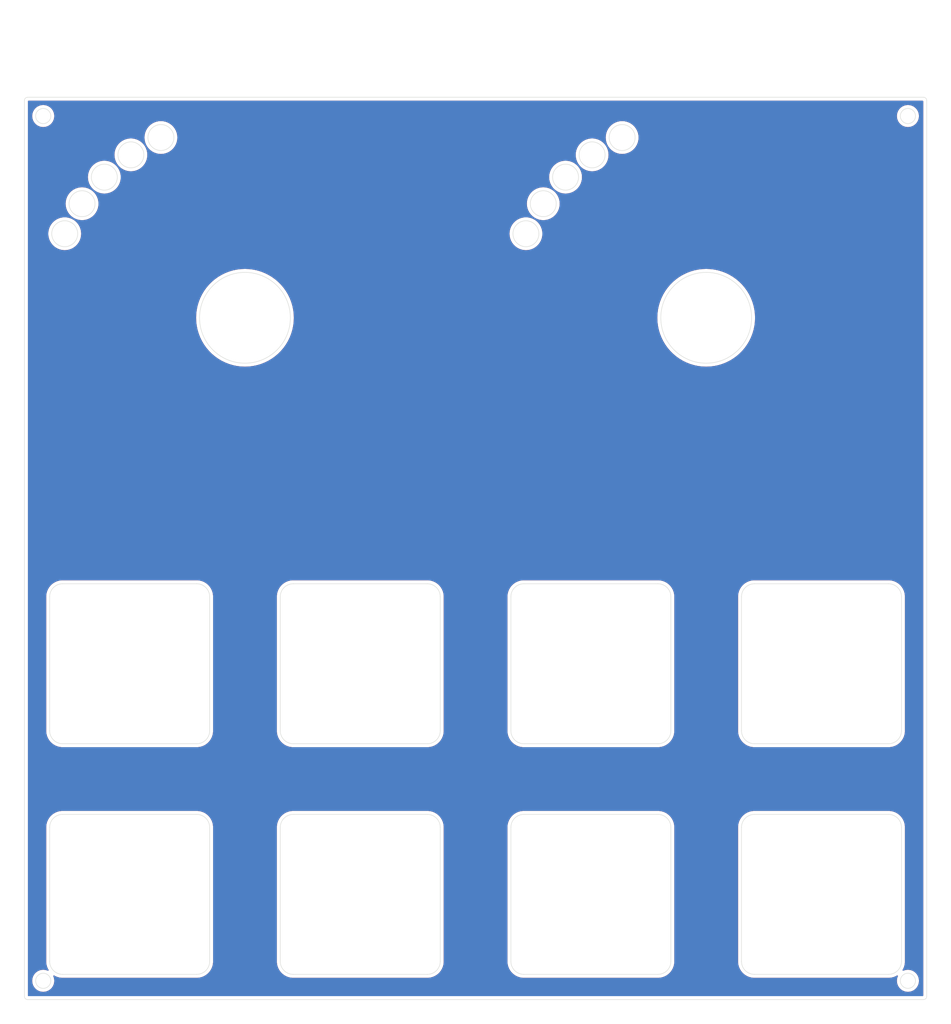
<source format=kicad_pcb>
(kicad_pcb
	(version 20240108)
	(generator "pcbnew")
	(generator_version "8.0")
	(general
		(thickness 1)
		(legacy_teardrops no)
	)
	(paper "A4")
	(layers
		(0 "F.Cu" signal)
		(31 "B.Cu" signal)
		(32 "B.Adhes" user "B.Adhesive")
		(33 "F.Adhes" user "F.Adhesive")
		(34 "B.Paste" user)
		(35 "F.Paste" user)
		(36 "B.SilkS" user "B.Silkscreen")
		(37 "F.SilkS" user "F.Silkscreen")
		(38 "B.Mask" user)
		(39 "F.Mask" user)
		(40 "Dwgs.User" user "User.Drawings")
		(41 "Cmts.User" user "User.Comments")
		(42 "Eco1.User" user "User.Eco1")
		(43 "Eco2.User" user "User.Eco2")
		(44 "Edge.Cuts" user)
		(45 "Margin" user)
		(46 "B.CrtYd" user "B.Courtyard")
		(47 "F.CrtYd" user "F.Courtyard")
		(48 "B.Fab" user)
		(49 "F.Fab" user)
	)
	(setup
		(stackup
			(layer "F.SilkS"
				(type "Top Silk Screen")
			)
			(layer "F.Paste"
				(type "Top Solder Paste")
			)
			(layer "F.Mask"
				(type "Top Solder Mask")
				(thickness 0.01)
			)
			(layer "F.Cu"
				(type "copper")
				(thickness 0.035)
			)
			(layer "dielectric 1"
				(type "core")
				(thickness 0.91)
				(material "FR4")
				(epsilon_r 4.5)
				(loss_tangent 0.02)
			)
			(layer "B.Cu"
				(type "copper")
				(thickness 0.035)
			)
			(layer "B.Mask"
				(type "Bottom Solder Mask")
				(thickness 0.01)
			)
			(layer "B.Paste"
				(type "Bottom Solder Paste")
			)
			(layer "B.SilkS"
				(type "Bottom Silk Screen")
			)
			(copper_finish "None")
			(dielectric_constraints no)
		)
		(pad_to_mask_clearance 0)
		(allow_soldermask_bridges_in_footprints no)
		(aux_axis_origin 100 100)
		(grid_origin 100 100)
		(pcbplotparams
			(layerselection 0x00010fc_ffffffff)
			(plot_on_all_layers_selection 0x0000000_00000000)
			(disableapertmacros no)
			(usegerberextensions no)
			(usegerberattributes no)
			(usegerberadvancedattributes no)
			(creategerberjobfile no)
			(dashed_line_dash_ratio 12.000000)
			(dashed_line_gap_ratio 3.000000)
			(svgprecision 6)
			(plotframeref no)
			(viasonmask no)
			(mode 1)
			(useauxorigin no)
			(hpglpennumber 1)
			(hpglpenspeed 20)
			(hpglpendiameter 15.000000)
			(pdf_front_fp_property_popups yes)
			(pdf_back_fp_property_popups yes)
			(dxfpolygonmode yes)
			(dxfimperialunits yes)
			(dxfusepcbnewfont yes)
			(psnegative no)
			(psa4output no)
			(plotreference yes)
			(plotvalue yes)
			(plotfptext yes)
			(plotinvisibletext no)
			(sketchpadsonfab no)
			(subtractmaskfromsilk no)
			(outputformat 1)
			(mirror no)
			(drillshape 0)
			(scaleselection 1)
			(outputdirectory "../../../../../Desktop/mfg/")
		)
	)
	(net 0 "")
	(net 1 "GND")
	(gr_line
		(start 140.005 140.005)
		(end 140.005 130.755)
		(stroke
			(width 0.1)
			(type default)
		)
		(layer "Cmts.User")
		(uuid "00ce9113-d002-40e6-b171-85ae8f91f834")
	)
	(gr_line
		(start 130.755 140.005)
		(end 140.005 140.005)
		(stroke
			(width 0.1)
			(type default)
		)
		(layer "Cmts.User")
		(uuid "163de12e-7553-44ba-8251-abe752dd3dd4")
	)
	(gr_line
		(start 77.415 140.005)
		(end 86.665 140.005)
		(stroke
			(width 0.1)
			(type default)
		)
		(layer "Cmts.User")
		(uuid "38e1b44a-dc35-4214-941c-731454f5fb4e")
	)
	(gr_line
		(start 130.755 113.335)
		(end 140.005 113.335)
		(stroke
			(width 0.1)
			(type default)
		)
		(layer "Cmts.User")
		(uuid "599af1de-e4c0-4d9f-82fb-ee8369a1ecce")
	)
	(gr_line
		(start 104.085 113.335)
		(end 113.335 113.335)
		(stroke
			(width 0.1)
			(type default)
		)
		(layer "Cmts.User")
		(uuid "66aa63ab-aa03-407e-aa55-0b9e180f14ab")
	)
	(gr_line
		(start 59.995 140.005)
		(end 59.995 130.755)
		(stroke
			(width 0.1)
			(type default)
		)
		(layer "Cmts.User")
		(uuid "7045d5a7-c7af-408e-b244-8c0388f1cb4a")
	)
	(gr_line
		(start 50.745 113.335)
		(end 59.995 113.335)
		(stroke
			(width 0.1)
			(type default)
		)
		(layer "Cmts.User")
		(uuid "77773d4a-cbbb-4cbd-acd0-082b6ea83d68")
	)
	(gr_line
		(start 140.005 113.335)
		(end 140.005 104.085)
		(stroke
			(width 0.1)
			(type default)
		)
		(layer "Cmts.User")
		(uuid "7efa5ba7-5280-4126-9b77-9b81eda9ad0e")
	)
	(gr_line
		(start 59.995 113.335)
		(end 59.995 104.085)
		(stroke
			(width 0.1)
			(type default)
		)
		(layer "Cmts.User")
		(uuid "822146c1-4291-4e0a-ba1a-5312eae4823f")
	)
	(gr_line
		(start 113.335 140.005)
		(end 113.335 130.755)
		(stroke
			(width 0.1)
			(type default)
		)
		(layer "Cmts.User")
		(uuid "a0ff76d1-c63e-4df7-b9bb-c471f1ac33a9")
	)
	(gr_line
		(start 77.415 113.335)
		(end 86.665 113.335)
		(stroke
			(width 0.1)
			(type default)
		)
		(layer "Cmts.User")
		(uuid "aa33b2b2-4006-4128-a0b3-db009564c72d")
	)
	(gr_line
		(start 86.665 113.335)
		(end 86.665 104.085)
		(stroke
			(width 0.1)
			(type default)
		)
		(layer "Cmts.User")
		(uuid "ad3f603c-f1ef-499f-840f-908f961ce488")
	)
	(gr_line
		(start 86.665 140.005)
		(end 86.665 130.755)
		(stroke
			(width 0.1)
			(type default)
		)
		(layer "Cmts.User")
		(uuid "cd634c8f-808d-4d0b-b3cd-7f0f205773f4")
	)
	(gr_line
		(start 104.085 140.005)
		(end 113.335 140.005)
		(stroke
			(width 0.1)
			(type default)
		)
		(layer "Cmts.User")
		(uuid "d4b3d237-758e-417e-8a10-c0a8047d1487")
	)
	(gr_line
		(start 50.745 140.005)
		(end 59.995 140.005)
		(stroke
			(width 0.1)
			(type default)
		)
		(layer "Cmts.User")
		(uuid "d6d4aa1e-3c6b-4600-967e-b7d7a68d1559")
	)
	(gr_line
		(start 113.335 113.335)
		(end 113.335 104.085)
		(stroke
			(width 0.1)
			(type default)
		)
		(layer "Cmts.User")
		(uuid "fceba58d-863c-404f-914b-05e3b2b96ef9")
	)
	(gr_arc
		(start 69.245 147.755)
		(mid 68.80566 148.81566)
		(end 67.745 149.255)
		(stroke
			(width 0.05)
			(type default)
		)
		(layer "Edge.Cuts")
		(uuid "0226e264-2a60-4c08-880a-854d5d0c0966")
	)
	(gr_arc
		(start 47.825 48.2)
		(mid 47.934835 47.934835)
		(end 48.2 47.825)
		(stroke
			(width 0.05)
			(type default)
		)
		(layer "Edge.Cuts")
		(uuid "083ea32f-b307-427d-abd3-2d2f3952c432")
	)
	(gr_arc
		(start 77.415 132.255)
		(mid 77.85434 131.19434)
		(end 78.915 130.755)
		(stroke
			(width 0.05)
			(type default)
		)
		(layer "Edge.Cuts")
		(uuid "12129a9b-f188-4b1a-8b69-62e7ad2556b3")
	)
	(gr_arc
		(start 105.585 122.585)
		(mid 104.52434 122.14566)
		(end 104.085 121.085)
		(stroke
			(width 0.05)
			(type default)
		)
		(layer "Edge.Cuts")
		(uuid "1238746e-ebab-423d-8a15-1dfb7263a265")
	)
	(gr_arc
		(start 67.745 130.755)
		(mid 68.80566 131.19434)
		(end 69.245 132.255)
		(stroke
			(width 0.05)
			(type default)
		)
		(layer "Edge.Cuts")
		(uuid "15e3fdf1-44fd-418c-b849-375c21b8b62f")
	)
	(gr_arc
		(start 69.245 121.085)
		(mid 68.80566 122.14566)
		(end 67.745 122.585)
		(stroke
			(width 0.05)
			(type default)
		)
		(layer "Edge.Cuts")
		(uuid "17f8e3f7-f997-4eee-b277-70505cff9d0e")
	)
	(gr_circle
		(center 60.137742 54.489503)
		(end 61.637742 54.489503)
		(stroke
			(width 0.05)
			(type default)
		)
		(fill none)
		(layer "Edge.Cuts")
		(uuid "1929354c-99a8-4c73-8293-e5fdb9cf71fd")
	)
	(gr_arc
		(start 104.085 105.585)
		(mid 104.52434 104.52434)
		(end 105.585 104.085)
		(stroke
			(width 0.05)
			(type default)
		)
		(layer "Edge.Cuts")
		(uuid "192d44e4-c7c0-48e7-b026-321a4a080260")
	)
	(gr_arc
		(start 149.255 121.085)
		(mid 148.81566 122.14566)
		(end 147.755 122.585)
		(stroke
			(width 0.05)
			(type default)
		)
		(layer "Edge.Cuts")
		(uuid "1aa1cea6-3f25-4e83-88b7-977693b1ebea")
	)
	(gr_arc
		(start 147.755 104.085)
		(mid 148.81566 104.52434)
		(end 149.255 105.585)
		(stroke
			(width 0.05)
			(type default)
		)
		(layer "Edge.Cuts")
		(uuid "1b4a3137-585f-4fc2-b5d2-7d87d4a44f78")
	)
	(gr_circle
		(center 116.94978 52.484921)
		(end 118.44978 52.484921)
		(stroke
			(width 0.05)
			(type default)
		)
		(fill none)
		(layer "Edge.Cuts")
		(uuid "1cdd72bc-39f1-4999-a84e-267dda550eb6")
	)
	(gr_line
		(start 78.915 130.755)
		(end 94.415 130.755)
		(stroke
			(width 0.05)
			(type default)
		)
		(layer "Edge.Cuts")
		(uuid "1dc62c49-8fd5-467e-8b06-bf6b11b25ff1")
	)
	(gr_line
		(start 149.255 132.255)
		(end 149.255 147.755)
		(stroke
			(width 0.05)
			(type default)
		)
		(layer "Edge.Cuts")
		(uuid "1f63b1e6-e84a-474d-a8d4-b0c8f24a3c52")
	)
	(gr_arc
		(start 95.915 147.755)
		(mid 95.47566 148.81566)
		(end 94.415 149.255)
		(stroke
			(width 0.05)
			(type default)
		)
		(layer "Edge.Cuts")
		(uuid "27f80b54-06e6-43d3-a271-9f50a165fb97")
	)
	(gr_arc
		(start 94.415 130.755)
		(mid 95.47566 131.19434)
		(end 95.915 132.255)
		(stroke
			(width 0.05)
			(type default)
		)
		(layer "Edge.Cuts")
		(uuid "2d24b914-dba1-4b53-9201-05a907345772")
	)
	(gr_arc
		(start 78.915 122.585)
		(mid 77.85434 122.14566)
		(end 77.415 121.085)
		(stroke
			(width 0.05)
			(type default)
		)
		(layer "Edge.Cuts")
		(uuid "2ece94e6-8da6-47f8-b42f-d3f7e624f908")
	)
	(gr_line
		(start 77.415 121.085)
		(end 77.415 105.585)
		(stroke
			(width 0.05)
			(type default)
		)
		(layer "Edge.Cuts")
		(uuid "30357205-ef8a-4772-81e5-ac22b3b9bd44")
	)
	(gr_line
		(start 121.085 122.585)
		(end 105.585 122.585)
		(stroke
			(width 0.05)
			(type default)
		)
		(layer "Edge.Cuts")
		(uuid "3036e714-dac2-4622-8854-bddf59183ae3")
	)
	(gr_arc
		(start 52.245 149.255)
		(mid 51.18434 148.81566)
		(end 50.745 147.755)
		(stroke
			(width 0.05)
			(type default)
		)
		(layer "Edge.Cuts")
		(uuid "311f2168-f779-46de-9d87-0d3d746f2cc4")
	)
	(gr_circle
		(center 52.484921 63.60978)
		(end 53.984921 63.60978)
		(stroke
			(width 0.05)
			(type default)
		)
		(fill none)
		(layer "Edge.Cuts")
		(uuid "32515c4a-724e-4e07-8a2a-9e3290d6af61")
	)
	(gr_line
		(start 50.745 121.085)
		(end 50.745 105.585)
		(stroke
			(width 0.05)
			(type default)
		)
		(layer "Edge.Cuts")
		(uuid "38426ad5-4383-4199-b035-5a1e3c7a6865")
	)
	(gr_circle
		(center 54.489503 60.137742)
		(end 55.989503 60.137742)
		(stroke
			(width 0.05)
			(type default)
		)
		(fill none)
		(layer "Edge.Cuts")
		(uuid "3c6c0b5d-35fa-494d-84b5-c7ea9911db55")
	)
	(gr_arc
		(start 147.755 130.755)
		(mid 148.81566 131.19434)
		(end 149.255 132.255)
		(stroke
			(width 0.05)
			(type default)
		)
		(layer "Edge.Cuts")
		(uuid "3dae74e4-44ef-43d4-9589-a8fc49b32034")
	)
	(gr_arc
		(start 67.745 104.085)
		(mid 68.80566 104.52434)
		(end 69.245 105.585)
		(stroke
			(width 0.05)
			(type default)
		)
		(layer "Edge.Cuts")
		(uuid "43508a55-a249-43e0-89db-3c5d8164444c")
	)
	(gr_arc
		(start 50.745 105.585)
		(mid 51.18434 104.52434)
		(end 52.245 104.085)
		(stroke
			(width 0.05)
			(type default)
		)
		(layer "Edge.Cuts")
		(uuid "436bcc72-e5a7-4d65-b226-16b6b8f2279f")
	)
	(gr_line
		(start 77.415 147.755)
		(end 77.415 132.255)
		(stroke
			(width 0.05)
			(type default)
		)
		(layer "Edge.Cuts")
		(uuid "4488181f-02df-48ab-aa4d-a2701e3394c7")
	)
	(gr_line
		(start 47.825 151.8)
		(end 47.825 48.2)
		(stroke
			(width 0.05)
			(type default)
		)
		(layer "Edge.Cuts")
		(uuid "454b795b-519a-400d-b355-a98c0b7560ae")
	)
	(gr_circle
		(center 107.829503 60.137742)
		(end 109.329503 60.137742)
		(stroke
			(width 0.05)
			(type default)
		)
		(fill none)
		(layer "Edge.Cuts")
		(uuid "4a3eabf4-f383-4f19-9509-3dd702c592d3")
	)
	(gr_arc
		(start 78.915 149.255)
		(mid 77.85434 148.81566)
		(end 77.415 147.755)
		(stroke
			(width 0.05)
			(type default)
		)
		(layer "Edge.Cuts")
		(uuid "4c78eff5-e64c-4c82-9ae6-58361243fe19")
	)
	(gr_circle
		(center 50 150)
		(end 50.875 150)
		(stroke
			(width 0.05)
			(type default)
		)
		(fill none)
		(layer "Edge.Cuts")
		(uuid "56938745-01aa-4e55-a39c-08ab78074926")
	)
	(gr_circle
		(center 73.33 73.33)
		(end 78.58 73.33)
		(stroke
			(width 0.05)
			(type default)
		)
		(fill none)
		(layer "Edge.Cuts")
		(uuid "57bdfce2-3403-4434-8bae-2b9cdea1cf94")
	)
	(gr_arc
		(start 121.085 130.755)
		(mid 122.14566 131.19434)
		(end 122.585 132.255)
		(stroke
			(width 0.05)
			(type default)
		)
		(layer "Edge.Cuts")
		(uuid "59814559-f75e-4900-9004-a5090a603e39")
	)
	(gr_line
		(start 147.755 149.255)
		(end 132.255 149.255)
		(stroke
			(width 0.05)
			(type default)
		)
		(layer "Edge.Cuts")
		(uuid "5b604dbb-07ac-4dde-8255-3e2a2b5836ff")
	)
	(gr_circle
		(center 113.477742 54.489503)
		(end 114.977742 54.489503)
		(stroke
			(width 0.05)
			(type default)
		)
		(fill none)
		(layer "Edge.Cuts")
		(uuid "60490020-4418-46ec-bb21-85f2cae173c5")
	)
	(gr_line
		(start 52.245 104.085)
		(end 67.745 104.085)
		(stroke
			(width 0.05)
			(type default)
		)
		(layer "Edge.Cuts")
		(uuid "614eeb9e-ee88-42cb-8fca-a9f4571dc3d9")
	)
	(gr_arc
		(start 121.085 104.085)
		(mid 122.14566 104.52434)
		(end 122.585 105.585)
		(stroke
			(width 0.05)
			(type default)
		)
		(layer "Edge.Cuts")
		(uuid "67271fad-9467-43b3-b1db-4974f8ece72c")
	)
	(gr_line
		(start 147.755 122.585)
		(end 132.255 122.585)
		(stroke
			(width 0.05)
			(type default)
		)
		(layer "Edge.Cuts")
		(uuid "6c08d537-65c0-4d4e-8954-5e75a27d870a")
	)
	(gr_circle
		(center 50 50)
		(end 50.875 50)
		(stroke
			(width 0.05)
			(type default)
		)
		(fill none)
		(layer "Edge.Cuts")
		(uuid "6d0bc10f-0a50-41ca-a46f-43cec27b0461")
	)
	(gr_arc
		(start 130.755 132.255)
		(mid 131.19434 131.19434)
		(end 132.255 130.755)
		(stroke
			(width 0.05)
			(type default)
		)
		(layer "Edge.Cuts")
		(uuid "702246bf-fff4-44e7-9a86-066e0bb6d1ef")
	)
	(gr_arc
		(start 95.915 121.085)
		(mid 95.47566 122.14566)
		(end 94.415 122.585)
		(stroke
			(width 0.05)
			(type default)
		)
		(layer "Edge.Cuts")
		(uuid "74cef99f-3b15-4f42-97aa-37b7ddd5cf3d")
	)
	(gr_arc
		(start 149.255 147.755)
		(mid 148.81566 148.81566)
		(end 147.755 149.255)
		(stroke
			(width 0.05)
			(type default)
		)
		(layer "Edge.Cuts")
		(uuid "7d4be5c5-6a33-4a4a-97c7-9559f2bc6293")
	)
	(gr_line
		(start 94.415 122.585)
		(end 78.915 122.585)
		(stroke
			(width 0.05)
			(type default)
		)
		(layer "Edge.Cuts")
		(uuid "840ee92d-81aa-409c-b31a-e154d6b859fa")
	)
	(gr_line
		(start 69.245 132.255)
		(end 69.245 147.755)
		(stroke
			(width 0.05)
			(type default)
		)
		(layer "Edge.Cuts")
		(uuid "849d313d-b598-4f14-bc33-3fb3543ed05d")
	)
	(gr_circle
		(center 63.60978 52.484921)
		(end 65.10978 52.484921)
		(stroke
			(width 0.05)
			(type default)
		)
		(fill none)
		(layer "Edge.Cuts")
		(uuid "856eb294-da11-4604-abfd-12424fb38d61")
	)
	(gr_line
		(start 67.745 122.585)
		(end 52.245 122.585)
		(stroke
			(width 0.05)
			(type default)
		)
		(layer "Edge.Cuts")
		(uuid "8897b9e3-2c59-49e5-920b-b58272aa91e4")
	)
	(gr_line
		(start 132.255 104.085)
		(end 147.755 104.085)
		(stroke
			(width 0.05)
			(type default)
		)
		(layer "Edge.Cuts")
		(uuid "89faf925-d98e-424c-9465-efa8be08c70c")
	)
	(gr_arc
		(start 77.415 105.585)
		(mid 77.85434 104.52434)
		(end 78.915 104.085)
		(stroke
			(width 0.05)
			(type default)
		)
		(layer "Edge.Cuts")
		(uuid "8ae39704-5150-41d4-97a2-a95215141bbc")
	)
	(gr_circle
		(center 57.066544 57.066544)
		(end 58.566544 57.066544)
		(stroke
			(width 0.05)
			(type default)
		)
		(fill none)
		(layer "Edge.Cuts")
		(uuid "8b2e3847-95d0-4de0-95ab-eb511ae961b5")
	)
	(gr_line
		(start 105.585 130.755)
		(end 121.085 130.755)
		(stroke
			(width 0.05)
			(type default)
		)
		(layer "Edge.Cuts")
		(uuid "8c12e2a7-29fd-44f3-93b8-e4bc8522480f")
	)
	(gr_line
		(start 78.915 104.085)
		(end 94.415 104.085)
		(stroke
			(width 0.05)
			(type default)
		)
		(layer "Edge.Cuts")
		(uuid "8f444ad1-1eff-42de-8714-16368c2b172a")
	)
	(gr_line
		(start 104.085 147.755)
		(end 104.085 132.255)
		(stroke
			(width 0.05)
			(type default)
		)
		(layer "Edge.Cuts")
		(uuid "8f7bcbba-8a28-4fd1-ae6f-bcea72297c9f")
	)
	(gr_line
		(start 132.255 130.755)
		(end 147.755 130.755)
		(stroke
			(width 0.05)
			(type default)
		)
		(layer "Edge.Cuts")
		(uuid "9098099b-bbe2-4a1e-a7b8-f9d20f8b3034")
	)
	(gr_circle
		(center 150 50)
		(end 150.875 50)
		(stroke
			(width 0.05)
			(type default)
		)
		(fill none)
		(layer "Edge.Cuts")
		(uuid "99a7e69d-25c2-4716-9558-5e3862a88201")
	)
	(gr_line
		(start 104.085 121.085)
		(end 104.085 105.585)
		(stroke
			(width 0.05)
			(type default)
		)
		(layer "Edge.Cuts")
		(uuid "9ae5e016-4ef0-495c-9506-4b1977aa57e5")
	)
	(gr_line
		(start 67.745 149.255)
		(end 52.245 149.255)
		(stroke
			(width 0.05)
			(type default)
		)
		(layer "Edge.Cuts")
		(uuid "9cb8f3ea-fd96-4844-9624-a4b152bb2c69")
	)
	(gr_arc
		(start 122.585 121.085)
		(mid 122.14566 122.14566)
		(end 121.085 122.585)
		(stroke
			(width 0.05)
			(type default)
		)
		(layer "Edge.Cuts")
		(uuid "9ebd6955-3684-47b8-852a-db78c7106e43")
	)
	(gr_line
		(start 50.745 147.755)
		(end 50.745 132.255)
		(stroke
			(width 0.05)
			(type default)
		)
		(layer "Edge.Cuts")
		(uuid "9f022dc4-1b87-4a7f-8837-f114c4a88767")
	)
	(gr_arc
		(start 94.415 104.085)
		(mid 95.47566 104.52434)
		(end 95.915 105.585)
		(stroke
			(width 0.05)
			(type default)
		)
		(layer "Edge.Cuts")
		(uuid "a23bdd75-c757-4f93-b8e1-5d5cc653b7a0")
	)
	(gr_arc
		(start 48.2 152.175)
		(mid 47.934835 152.065165)
		(end 47.825 151.8)
		(stroke
			(width 0.05)
			(type default)
		)
		(layer "Edge.Cuts")
		(uuid "a3329e6c-e28d-4014-bb27-043462f3e0a6")
	)
	(gr_line
		(start 130.755 121.085)
		(end 130.755 105.585)
		(stroke
			(width 0.05)
			(type default)
		)
		(layer "Edge.Cuts")
		(uuid "a98de099-621f-41e7-9040-bab549cd527d")
	)
	(gr_arc
		(start 52.245 122.585)
		(mid 51.18434 122.14566)
		(end 50.745 121.085)
		(stroke
			(width 0.05)
			(type default)
		)
		(layer "Edge.Cuts")
		(uuid "ad6d0a16-8484-4391-9c9c-b3f8c3c0cc7a")
	)
	(gr_line
		(start 105.585 104.085)
		(end 121.085 104.085)
		(stroke
			(width 0.05)
			(type default)
		)
		(layer "Edge.Cuts")
		(uuid "b3809f43-9a20-407f-8a08-c567ab6d8e87")
	)
	(gr_line
		(start 122.585 132.255)
		(end 122.585 147.755)
		(stroke
			(width 0.05)
			(type default)
		)
		(layer "Edge.Cuts")
		(uuid "bf972c52-d3cb-4be4-9be9-5811af74c7ff")
	)
	(gr_line
		(start 152.175 48.2)
		(end 152.175 151.8)
		(stroke
			(width 0.05)
			(type default)
		)
		(layer "Edge.Cuts")
		(uuid "c06f1b47-1c1e-4e79-81ee-b86ba353a39e")
	)
	(gr_line
		(start 69.245 105.585)
		(end 69.245 121.085)
		(stroke
			(width 0.05)
			(type default)
		)
		(layer "Edge.Cuts")
		(uuid "c241978c-8ee1-459b-923d-56f512780e14")
	)
	(gr_arc
		(start 122.585 147.755)
		(mid 122.14566 148.81566)
		(end 121.085 149.255)
		(stroke
			(width 0.05)
			(type default)
		)
		(layer "Edge.Cuts")
		(uuid "c3fceb76-236c-4624-b28d-391d5dc7555e")
	)
	(gr_line
		(start 151.8 152.175)
		(end 48.2 152.175)
		(stroke
			(width 0.05)
			(type default)
		)
		(layer "Edge.Cuts")
		(uuid "cd48f393-7870-4686-a4a9-df5b0d61808c")
	)
	(gr_line
		(start 122.585 105.585)
		(end 122.585 121.085)
		(stroke
			(width 0.05)
			(type default)
		)
		(layer "Edge.Cuts")
		(uuid "d1b93690-2d5d-4546-aa83-685baf5d7fb2")
	)
	(gr_line
		(start 121.085 149.255)
		(end 105.585 149.255)
		(stroke
			(width 0.05)
			(type default)
		)
		(layer "Edge.Cuts")
		(uuid "d850d3b6-0b70-4b9a-bc2a-b36776c584d9")
	)
	(gr_arc
		(start 105.585 149.255)
		(mid 104.52434 148.81566)
		(end 104.085 147.755)
		(stroke
			(width 0.05)
			(type default)
		)
		(layer "Edge.Cuts")
		(uuid "d959fd06-3ebb-44e4-b3dd-f93983b6dfc1")
	)
	(gr_circle
		(center 126.67 73.33)
		(end 131.92 73.33)
		(stroke
			(width 0.05)
			(type default)
		)
		(fill none)
		(layer "Edge.Cuts")
		(uuid "d9a2abbf-c5c8-4866-8af4-011896055609")
	)
	(gr_arc
		(start 104.085 132.255)
		(mid 104.52434 131.19434)
		(end 105.585 130.755)
		(stroke
			(width 0.05)
			(type default)
		)
		(layer "Edge.Cuts")
		(uuid "de4a311b-b459-4bd3-81d0-50427960ebe1")
	)
	(gr_arc
		(start 151.8 47.825)
		(mid 152.065165 47.934835)
		(end 152.175 48.2)
		(stroke
			(width 0.05)
			(type default)
		)
		(layer "Edge.Cuts")
		(uuid "e183ee8a-4916-49dc-b2bd-069dd81a16d5")
	)
	(gr_line
		(start 94.415 149.255)
		(end 78.915 149.255)
		(stroke
			(width 0.05)
			(type default)
		)
		(layer "Edge.Cuts")
		(uuid "e54aecf4-6793-48b4-85b8-21c63fd41850")
	)
	(gr_line
		(start 95.915 132.255)
		(end 95.915 147.755)
		(stroke
			(width 0.05)
			(type default)
		)
		(layer "Edge.Cuts")
		(uuid "e5d4813c-059b-4109-81e7-36be76fbe307")
	)
	(gr_circle
		(center 150 150)
		(end 150.875 150)
		(stroke
			(width 0.05)
			(type default)
		)
		(fill none)
		(layer "Edge.Cuts")
		(uuid "e7bae3c7-24cb-4b5e-83e5-e537fca5537f")
	)
	(gr_arc
		(start 132.255 122.585)
		(mid 131.19434 122.14566)
		(end 130.755 121.085)
		(stroke
			(width 0.05)
			(type default)
		)
		(layer "Edge.Cuts")
		(uuid "e95e492e-692a-4c2a-81bf-ddaeaee63116")
	)
	(gr_arc
		(start 152.175 151.8)
		(mid 152.065165 152.065165)
		(end 151.8 152.175)
		(stroke
			(width 0.05)
			(type default)
		)
		(layer "Edge.Cuts")
		(uuid "ebe8715c-18d0-45ee-860e-8dab93bff336")
	)
	(gr_arc
		(start 50.745 132.255)
		(mid 51.18434 131.19434)
		(end 52.245 130.755)
		(stroke
			(width 0.05)
			(type default)
		)
		(layer "Edge.Cuts")
		(uuid "ec50cb12-be1e-4d31-b559-36f2f959ee4c")
	)
	(gr_line
		(start 52.245 130.755)
		(end 67.745 130.755)
		(stroke
			(width 0.05)
			(type default)
		)
		(layer "Edge.Cuts")
		(uuid "f36efef3-e05e-4c47-9187-f2ecce5d0ff4")
	)
	(gr_arc
		(start 130.755 105.585)
		(mid 131.19434 104.52434)
		(end 132.255 104.085)
		(stroke
			(width 0.05)
			(type default)
		)
		(layer "Edge.Cuts")
		(uuid "f420b8a0-9429-4489-b06e-f3bb65bf8aa7")
	)
	(gr_line
		(start 48.2 47.825)
		(end 151.8 47.825)
		(stroke
			(width 0.05)
			(type default)
		)
		(layer "Edge.Cuts")
		(uuid "f5ab47ea-986a-48bc-8942-916193eb5d2e")
	)
	(gr_arc
		(start 132.255 149.255)
		(mid 131.19434 148.81566)
		(end 130.755 147.755)
		(stroke
			(width 0.05)
			(type default)
		)
		(layer "Edge.Cuts")
		(uuid "f7ad94fd-7874-41aa-b7b3-4c163b001bb4")
	)
	(gr_line
		(start 95.915 105.585)
		(end 95.915 121.085)
		(stroke
			(width 0.05)
			(type default)
		)
		(layer "Edge.Cuts")
		(uuid "f868406f-73b2-458b-8c89-a58dbefb9bf2")
	)
	(gr_circle
		(center 105.824921 63.60978)
		(end 107.324921 63.60978)
		(stroke
			(width 0.05)
			(type default)
		)
		(fill none)
		(layer "Edge.Cuts")
		(uuid "f9a86b6d-acb5-4e2c-b28e-2f19483845ce")
	)
	(gr_circle
		(center 110.406544 57.066544)
		(end 111.906544 57.066544)
		(stroke
			(width 0.05)
			(type default)
		)
		(fill none)
		(layer "Edge.Cuts")
		(uuid "fac00915-7c12-4554-99a6-7ed5d8c33562")
	)
	(gr_line
		(start 149.255 105.585)
		(end 149.255 121.085)
		(stroke
			(width 0.05)
			(type default)
		)
		(layer "Edge.Cuts")
		(uuid "fee183df-0580-489c-9821-2b0a72a5b6d1")
	)
	(gr_line
		(start 130.755 147.755)
		(end 130.755 132.255)
		(stroke
			(width 0.05)
			(type default)
		)
		(layer "Edge.Cuts")
		(uuid "ff77a985-c020-4ace-bd06-4d5b1ead193f")
	)
	(gr_text "Default Routing Grid: 0,2500 mm\nAnalog Routing Grid: 0,1270 mm\nLED Routing Grid: 0,6350 mm\n"
		(at 49.835 39.04 0)
		(layer "Cmts.User")
		(uuid "ccd05413-6182-4c46-9592-3bd8f3b8472e")
		(effects
			(font
				(size 1 1)
				(thickness 0.15)
			)
			(justify left)
		)
	)
	(zone
		(net 1)
		(net_name "GND")
		(layer "F.Cu")
		(uuid "ec792cd5-429c-4d89-9717-bd788424d15a")
		(hatch edge 0.508)
		(connect_pads
			(clearance 0.254)
		)
		(min_thickness 0.1524)
		(filled_areas_thickness no)
		(fill yes
			(thermal_gap 0.508)
			(thermal_bridge_width 0.254)
			(island_removal_mode 2)
			(island_area_min 10)
		)
		(polygon
			(pts
				(xy 45 45) (xy 46 41) (xy 48 41) (xy 49 45) (xy 155 45) (xy 155 155) (xy 45 155)
			)
		)
		(filled_polygon
			(layer "F.Cu")
			(pts
				(xy 151.747638 48.243093) (xy 151.773358 48.287642) (xy 151.7745 48.3007) (xy 151.7745 151.6993)
				(xy 151.756907 151.747638) (xy 151.712358 151.773358) (xy 151.6993 151.7745) (xy 48.3007 151.7745)
				(xy 48.252362 151.756907) (xy 48.226642 151.712358) (xy 48.2255 151.6993) (xy 48.2255 150) (xy 48.719628 150)
				(xy 48.739079 150.222329) (xy 48.796844 150.437912) (xy 48.796845 150.437916) (xy 48.891161 150.64018)
				(xy 49.019173 150.823001) (xy 49.019184 150.823014) (xy 49.176985 150.980815) (xy 49.176998 150.980826)
				(xy 49.268217 151.044697) (xy 49.359814 151.108835) (xy 49.359816 151.108835) (xy 49.359819 151.108838)
				(xy 49.528144 151.187328) (xy 49.562087 151.203156) (xy 49.777666 151.26092) (xy 50 151.280372)
				(xy 50.222334 151.26092) (xy 50.437913 151.203156) (xy 50.640186 151.108835) (xy 50.823007 150.980822)
				(xy 50.980822 150.823007) (xy 51.108835 150.640186) (xy 51.203156 150.437913) (xy 51.26092 150.222334)
				(xy 51.280372 150) (xy 51.26092 149.777666) (xy 51.203156 149.562087) (xy 51.167343 149.485285)
				(xy 51.162861 149.434041) (xy 51.192365 149.391904) (xy 51.242053 149.378591) (xy 51.273095 149.388379)
				(xy 51.402627 149.463164) (xy 51.632793 149.558502) (xy 51.873435 149.622982) (xy 52.120435 149.6555)
				(xy 52.120438 149.6555) (xy 67.869562 149.6555) (xy 67.869565 149.6555) (xy 68.116565 149.622982)
				(xy 68.357207 149.558502) (xy 68.587373 149.463164) (xy 68.803127 149.338599) (xy 69.000776 149.186938)
				(xy 69.176938 149.010776) (xy 69.328599 148.813127) (xy 69.453164 148.597373) (xy 69.548502 148.367207)
				(xy 69.612982 148.126565) (xy 69.6455 147.879565) (xy 69.6455 147.755) (xy 69.6455 147.697417) (xy 69.6455 132.202273)
				(xy 69.6455 132.130435) (xy 77.0145 132.130435) (xy 77.0145 132.202273) (xy 77.0145 147.697417)
				(xy 77.0145 147.755) (xy 77.0145 147.879565) (xy 77.047018 148.126565) (xy 77.047019 148.126568)
				(xy 77.047019 148.126569) (xy 77.111499 148.367209) (xy 77.111499 148.36721) (xy 77.206836 148.597374)
				(xy 77.331402 148.813129) (xy 77.483057 149.01077) (xy 77.483069 149.010784) (xy 77.659215 149.18693)
				(xy 77.659222 149.186936) (xy 77.659224 149.186938) (xy 77.856873 149.338599) (xy 78.072627 149.463164)
				(xy 78.302793 149.558502) (xy 78.543435 149.622982) (xy 78.790435 149.6555) (xy 78.790438 149.6555)
				(xy 94.539562 149.6555) (xy 94.539565 149.6555) (xy 94.786565 149.622982) (xy 95.027207 149.558502)
				(xy 95.257373 149.463164) (xy 95.473127 149.338599) (xy 95.670776 149.186938) (xy 95.846938 149.010776)
				(xy 95.998599 148.813127) (xy 96.123164 148.597373) (xy 96.218502 148.367207) (xy 96.282982 148.126565)
				(xy 96.3155 147.879565) (xy 96.3155 147.755) (xy 96.3155 147.697417) (xy 96.3155 132.202273) (xy 96.3155 132.130435)
				(xy 103.6845 132.130435) (xy 103.6845 132.202273) (xy 103.6845 147.697417) (xy 103.6845 147.755)
				(xy 103.6845 147.879565) (xy 103.717018 148.126565) (xy 103.717019 148.126568) (xy 103.717019 148.126569)
				(xy 103.781499 148.367209) (xy 103.781499 148.36721) (xy 103.876836 148.597374) (xy 104.001402 148.813129)
				(xy 104.153057 149.01077) (xy 104.153069 149.010784) (xy 104.329215 149.18693) (xy 104.329222 149.186936)
				(xy 104.329224 149.186938) (xy 104.526873 149.338599) (xy 104.742627 149.463164) (xy 104.972793 149.558502)
				(xy 105.213435 149.622982) (xy 105.460435 149.6555) (xy 105.460438 149.6555) (xy 121.209562 149.6555)
				(xy 121.209565 149.6555) (xy 121.456565 149.622982) (xy 121.697207 149.558502) (xy 121.927373 149.463164)
				(xy 122.143127 149.338599) (xy 122.340776 149.186938) (xy 122.516938 149.010776) (xy 122.668599 148.813127)
				(xy 122.793164 148.597373) (xy 122.888502 148.367207) (xy 122.952982 148.126565) (xy 122.9855 147.879565)
				(xy 122.9855 147.755) (xy 122.9855 147.697417) (xy 122.9855 132.202273) (xy 122.9855 132.130435)
				(xy 130.3545 132.130435) (xy 130.3545 132.202273) (xy 130.3545 147.697417) (xy 130.3545 147.755)
				(xy 130.3545 147.879565) (xy 130.387018 148.126565) (xy 130.387019 148.126568) (xy 130.387019 148.126569)
				(xy 130.451499 148.367209) (xy 130.451499 148.36721) (xy 130.546836 148.597374) (xy 130.671402 148.813129)
				(xy 130.823057 149.01077) (xy 130.823069 149.010784) (xy 130.999215 149.18693) (xy 130.999222 149.186936)
				(xy 130.999224 149.186938) (xy 131.196873 149.338599) (xy 131.412627 149.463164) (xy 131.642793 149.558502)
				(xy 131.883435 149.622982) (xy 132.130435 149.6555) (xy 132.130438 149.6555) (xy 147.879562 149.6555)
				(xy 147.879565 149.6555) (xy 148.126565 149.622982) (xy 148.367207 149.558502) (xy 148.597373 149.463164)
				(xy 148.726903 149.388379) (xy 148.77756 149.379447) (xy 148.822108 149.405167) (xy 148.839702 149.453505)
				(xy 148.832657 149.485285) (xy 148.796843 149.562087) (xy 148.739079 149.77767) (xy 148.719628 150)
				(xy 148.739079 150.222329) (xy 148.796844 150.437912) (xy 148.796845 150.437916) (xy 148.891161 150.64018)
				(xy 149.019173 150.823001) (xy 149.019184 150.823014) (xy 149.176985 150.980815) (xy 149.176998 150.980826)
				(xy 149.268217 151.044697) (xy 149.359814 151.108835) (xy 149.359816 151.108835) (xy 149.359819 151.108838)
				(xy 149.528144 151.187328) (xy 149.562087 151.203156) (xy 149.777666 151.26092) (xy 150 151.280372)
				(xy 150.222334 151.26092) (xy 150.437913 151.203156) (xy 150.640186 151.108835) (xy 150.823007 150.980822)
				(xy 150.980822 150.823007) (xy 151.108835 150.640186) (xy 151.203156 150.437913) (xy 151.26092 150.222334)
				(xy 151.280372 150) (xy 151.26092 149.777666) (xy 151.203156 149.562087) (xy 151.152524 149.453505)
				(xy 151.108838 149.359819) (xy 151.108835 149.359816) (xy 151.108835 149.359814) (xy 151.044697 149.268217)
				(xy 150.980826 149.176998) (xy 150.980815 149.176985) (xy 150.823014 149.019184) (xy 150.823001 149.019173)
				(xy 150.64018 148.891161) (xy 150.437916 148.796845) (xy 150.437914 148.796844) (xy 150.437913 148.796844)
				(xy 150.222334 148.73908) (xy 150.222332 148.739079) (xy 150.222329 148.739079) (xy 150 148.719628)
				(xy 149.77767 148.739079) (xy 149.562087 148.796843) (xy 149.485285 148.832657) (xy 149.434041 148.837139)
				(xy 149.391904 148.807635) (xy 149.378591 148.757947) (xy 149.388379 148.726904) (xy 149.463164 148.597373)
				(xy 149.558502 148.367207) (xy 149.622982 148.126565) (xy 149.6555 147.879565) (xy 149.6555 147.755)
				(xy 149.6555 147.697417) (xy 149.6555 132.202273) (xy 149.6555 132.130435) (xy 149.622982 131.883435)
				(xy 149.558502 131.642793) (xy 149.463164 131.412627) (xy 149.338599 131.196873) (xy 149.306852 131.1555)
				(xy 149.186942 130.999229) (xy 149.18693 130.999215) (xy 149.010784 130.823069) (xy 149.01077 130.823057)
				(xy 148.813129 130.671402) (xy 148.597374 130.546836) (xy 148.36721 130.451499) (xy 148.367208 130.451498)
				(xy 148.367207 130.451498) (xy 148.126565 130.387018) (xy 147.879565 130.3545) (xy 147.807727 130.3545)
				(xy 132.312583 130.3545) (xy 132.255 130.3545) (xy 132.130435 130.3545) (xy 131.883435 130.387018)
				(xy 131.883431 130.387019) (xy 131.88343 130.387019) (xy 131.730869 130.427898) (xy 131.642793 130.451498)
				(xy 131.642791 130.451498) (xy 131.64279 130.451499) (xy 131.642789 130.451499) (xy 131.412625 130.546836)
				(xy 131.19687 130.671402) (xy 130.999229 130.823057) (xy 130.999215 130.823069) (xy 130.823069 130.999215)
				(xy 130.823057 130.999229) (xy 130.671402 131.19687) (xy 130.546836 131.412625) (xy 130.451499 131.642789)
				(xy 130.451499 131.64279) (xy 130.451498 131.642793) (xy 130.387018 131.883435) (xy 130.3545 132.130435)
				(xy 122.9855 132.130435) (xy 122.952982 131.883435) (xy 122.888502 131.642793) (xy 122.793164 131.412627)
				(xy 122.668599 131.196873) (xy 122.636852 131.1555) (xy 122.516942 130.999229) (xy 122.51693 130.999215)
				(xy 122.340784 130.823069) (xy 122.34077 130.823057) (xy 122.143129 130.671402) (xy 121.927374 130.546836)
				(xy 121.69721 130.451499) (xy 121.697208 130.451498) (xy 121.697207 130.451498) (xy 121.456565 130.387018)
				(xy 121.209565 130.3545) (xy 121.137727 130.3545) (xy 105.642583 130.3545) (xy 105.585 130.3545)
				(xy 105.460435 130.3545) (xy 105.213435 130.387018) (xy 105.213431 130.387019) (xy 105.21343 130.387019)
				(xy 105.060869 130.427898) (xy 104.972793 130.451498) (xy 104.972791 130.451498) (xy 104.97279 130.451499)
				(xy 104.972789 130.451499) (xy 104.742625 130.546836) (xy 104.52687 130.671402) (xy 104.329229 130.823057)
				(xy 104.329215 130.823069) (xy 104.153069 130.999215) (xy 104.153057 130.999229) (xy 104.001402 131.19687)
				(xy 103.876836 131.412625) (xy 103.781499 131.642789) (xy 103.781499 131.64279) (xy 103.781498 131.642793)
				(xy 103.717018 131.883435) (xy 103.6845 132.130435) (xy 96.3155 132.130435) (xy 96.282982 131.883435)
				(xy 96.218502 131.642793) (xy 96.123164 131.412627) (xy 95.998599 131.196873) (xy 95.966852 131.1555)
				(xy 95.846942 130.999229) (xy 95.84693 130.999215) (xy 95.670784 130.823069) (xy 95.67077 130.823057)
				(xy 95.473129 130.671402) (xy 95.257374 130.546836) (xy 95.02721 130.451499) (xy 95.027208 130.451498)
				(xy 95.027207 130.451498) (xy 94.786565 130.387018) (xy 94.539565 130.3545) (xy 94.467727 130.3545)
				(xy 78.972583 130.3545) (xy 78.915 130.3545) (xy 78.790435 130.3545) (xy 78.543435 130.387018) (xy 78.543431 130.387019)
				(xy 78.54343 130.387019) (xy 78.390869 130.427898) (xy 78.302793 130.451498) (xy 78.302791 130.451498)
				(xy 78.30279 130.451499) (xy 78.302789 130.451499) (xy 78.072625 130.546836) (xy 77.85687 130.671402)
				(xy 77.659229 130.823057) (xy 77.659215 130.823069) (xy 77.483069 130.999215) (xy 77.483057 130.999229)
				(xy 77.331402 131.19687) (xy 77.206836 131.412625) (xy 77.111499 131.642789) (xy 77.111499 131.64279)
				(xy 77.111498 131.642793) (xy 77.047018 131.883435) (xy 77.0145 132.130435) (xy 69.6455 132.130435)
				(xy 69.612982 131.883435) (xy 69.548502 131.642793) (xy 69.453164 131.412627) (xy 69.328599 131.196873)
				(xy 69.296852 131.1555) (xy 69.176942 130.999229) (xy 69.17693 130.999215) (xy 69.000784 130.823069)
				(xy 69.00077 130.823057) (xy 68.803129 130.671402) (xy 68.587374 130.546836) (xy 68.35721 130.451499)
				(xy 68.357208 130.451498) (xy 68.357207 130.451498) (xy 68.116565 130.387018) (xy 67.869565 130.3545)
				(xy 67.797727 130.3545) (xy 52.302583 130.3545) (xy 52.245 130.3545) (xy 52.120435 130.3545) (xy 51.873435 130.387018)
				(xy 51.873431 130.387019) (xy 51.87343 130.387019) (xy 51.720869 130.427898) (xy 51.632793 130.451498)
				(xy 51.632791 130.451498) (xy 51.63279 130.451499) (xy 51.632789 130.451499) (xy 51.402625 130.546836)
				(xy 51.18687 130.671402) (xy 50.989229 130.823057) (xy 50.989215 130.823069) (xy 50.813069 130.999215)
				(xy 50.813057 130.999229) (xy 50.661402 131.19687) (xy 50.536836 131.412625) (xy 50.441499 131.642789)
				(xy 50.441499 131.64279) (xy 50.441498 131.642793) (xy 50.377018 131.883435) (xy 50.3445 132.130435)
				(xy 50.3445 132.202273) (xy 50.3445 147.697417) (xy 50.3445 147.755) (xy 50.3445 147.879565) (xy 50.377018 148.126565)
				(xy 50.377019 148.126568) (xy 50.377019 148.126569) (xy 50.441499 148.367209) (xy 50.441499 148.36721)
				(xy 50.536836 148.597374) (xy 50.583267 148.677794) (xy 50.600241 148.707195) (xy 50.611619 148.726901)
				(xy 50.620552 148.777559) (xy 50.594832 148.822108) (xy 50.546494 148.839701) (xy 50.514714 148.832656)
				(xy 50.437912 148.796843) (xy 50.290665 148.757389) (xy 50.222334 148.73908) (xy 50.222332 148.739079)
				(xy 50.222329 148.739079) (xy 50 148.719628) (xy 49.77767 148.739079) (xy 49.562087 148.796844)
				(xy 49.562083 148.796845) (xy 49.359819 148.891161) (xy 49.176998 149.019173) (xy 49.176985 149.019184)
				(xy 49.019184 149.176985) (xy 49.019173 149.176998) (xy 48.891161 149.359819) (xy 48.796845 149.562083)
				(xy 48.796844 149.562087) (xy 48.739079 149.77767) (xy 48.719628 150) (xy 48.2255 150) (xy 48.2255 105.460435)
				(xy 50.3445 105.460435) (xy 50.3445 105.532273) (xy 50.3445 121.027417) (xy 50.3445 121.085) (xy 50.3445 121.209565)
				(xy 50.377018 121.456565) (xy 50.377019 121.456568) (xy 50.377019 121.456569) (xy 50.441499 121.697209)
				(xy 50.441499 121.69721) (xy 50.536836 121.927374) (xy 50.661402 122.143129) (xy 50.813057 122.34077)
				(xy 50.813069 122.340784) (xy 50.989215 122.51693) (xy 50.989222 122.516936) (xy 50.989224 122.516938)
				(xy 51.186873 122.668599) (xy 51.402627 122.793164) (xy 51.632793 122.888502) (xy 51.873435 122.952982)
				(xy 52.120435 122.9855) (xy 52.120438 122.9855) (xy 67.869562 122.9855) (xy 67.869565 122.9855)
				(xy 68.116565 122.952982) (xy 68.357207 122.888502) (xy 68.587373 122.793164) (xy 68.803127 122.668599)
				(xy 69.000776 122.516938) (xy 69.176938 122.340776) (xy 69.328599 122.143127) (xy 69.453164 121.927373)
				(xy 69.548502 121.697207) (xy 69.612982 121.456565) (xy 69.6455 121.209565) (xy 69.6455 121.085)
				(xy 69.6455 121.027417) (xy 69.6455 105.532273) (xy 69.6455 105.460435) (xy 77.0145 105.460435)
				(xy 77.0145 105.532273) (xy 77.0145 121.027417) (xy 77.0145 121.085) (xy 77.0145 121.209565) (xy 77.047018 121.456565)
				(xy 77.047019 121.456568) (xy 77.047019 121.456569) (xy 77.111499 121.697209) (xy 77.111499 121.69721)
				(xy 77.206836 121.927374) (xy 77.331402 122.143129) (xy 77.483057 122.34077) (xy 77.483069 122.340784)
				(xy 77.659215 122.51693) (xy 77.659222 122.516936) (xy 77.659224 122.516938) (xy 77.856873 122.668599)
				(xy 78.072627 122.793164) (xy 78.302793 122.888502) (xy 78.543435 122.952982) (xy 78.790435 122.9855)
				(xy 78.790438 122.9855) (xy 94.539562 122.9855) (xy 94.539565 122.9855) (xy 94.786565 122.952982)
				(xy 95.027207 122.888502) (xy 95.257373 122.793164) (xy 95.473127 122.668599) (xy 95.670776 122.516938)
				(xy 95.846938 122.340776) (xy 95.998599 122.143127) (xy 96.123164 121.927373) (xy 96.218502 121.697207)
				(xy 96.282982 121.456565) (xy 96.3155 121.209565) (xy 96.3155 121.085) (xy 96.3155 121.027417) (xy 96.3155 105.532273)
				(xy 96.3155 105.460435) (xy 103.6845 105.460435) (xy 103.6845 105.532273) (xy 103.6845 121.027417)
				(xy 103.6845 121.085) (xy 103.6845 121.209565) (xy 103.717018 121.456565) (xy 103.717019 121.456568)
				(xy 103.717019 121.456569) (xy 103.781499 121.697209) (xy 103.781499 121.69721) (xy 103.876836 121.927374)
				(xy 104.001402 122.143129) (xy 104.153057 122.34077) (xy 104.153069 122.340784) (xy 104.329215 122.51693)
				(xy 104.329222 122.516936) (xy 104.329224 122.516938) (xy 104.526873 122.668599) (xy 104.742627 122.793164)
				(xy 104.972793 122.888502) (xy 105.213435 122.952982) (xy 105.460435 122.9855) (xy 105.460438 122.9855)
				(xy 121.209562 122.9855) (xy 121.209565 122.9855) (xy 121.456565 122.952982) (xy 121.697207 122.888502)
				(xy 121.927373 122.793164) (xy 122.143127 122.668599) (xy 122.340776 122.516938) (xy 122.516938 122.340776)
				(xy 122.668599 122.143127) (xy 122.793164 121.927373) (xy 122.888502 121.697207) (xy 122.952982 121.456565)
				(xy 122.9855 121.209565) (xy 122.9855 121.085) (xy 122.9855 121.027417) (xy 122.9855 105.532273)
				(xy 122.9855 105.460435) (xy 130.3545 105.460435) (xy 130.3545 105.532273) (xy 130.3545 121.027417)
				(xy 130.3545 121.085) (xy 130.3545 121.209565) (xy 130.387018 121.456565) (xy 130.387019 121.456568)
				(xy 130.387019 121.456569) (xy 130.451499 121.697209) (xy 130.451499 121.69721) (xy 130.546836 121.927374)
				(xy 130.671402 122.143129) (xy 130.823057 122.34077) (xy 130.823069 122.340784) (xy 130.999215 122.51693)
				(xy 130.999222 122.516936) (xy 130.999224 122.516938) (xy 131.196873 122.668599) (xy 131.412627 122.793164)
				(xy 131.642793 122.888502) (xy 131.883435 122.952982) (xy 132.130435 122.9855) (xy 132.130438 122.9855)
				(xy 147.879562 122.9855) (xy 147.879565 122.9855) (xy 148.126565 122.952982) (xy 148.367207 122.888502)
				(xy 148.597373 122.793164) (xy 148.813127 122.668599) (xy 149.010776 122.516938) (xy 149.186938 122.340776)
				(xy 149.338599 122.143127) (xy 149.463164 121.927373) (xy 149.558502 121.697207) (xy 149.622982 121.456565)
				(xy 149.6555 121.209565) (xy 149.6555 121.085) (xy 149.6555 121.027417) (xy 149.6555 105.532273)
				(xy 149.6555 105.460435) (xy 149.622982 105.213435) (xy 149.558502 104.972793) (xy 149.463164 104.742627)
				(xy 149.338599 104.526873) (xy 149.306852 104.4855) (xy 149.186942 104.329229) (xy 149.18693 104.329215)
				(xy 149.010784 104.153069) (xy 149.01077 104.153057) (xy 148.813129 104.001402) (xy 148.597374 103.876836)
				(xy 148.36721 103.781499) (xy 148.367208 103.781498) (xy 148.367207 103.781498) (xy 148.126565 103.717018)
				(xy 147.879565 103.6845) (xy 147.807727 103.6845) (xy 132.312583 103.6845) (xy 132.255 103.6845)
				(xy 132.130435 103.6845) (xy 131.883435 103.717018) (xy 131.883431 103.717019) (xy 131.88343 103.717019)
				(xy 131.730869 103.757898) (xy 131.642793 103.781498) (xy 131.642791 103.781498) (xy 131.64279 103.781499)
				(xy 131.642789 103.781499) (xy 131.412625 103.876836) (xy 131.19687 104.001402) (xy 130.999229 104.153057)
				(xy 130.999215 104.153069) (xy 130.823069 104.329215) (xy 130.823057 104.329229) (xy 130.671402 104.52687)
				(xy 130.546836 104.742625) (xy 130.451499 104.972789) (xy 130.451499 104.97279) (xy 130.451498 104.972793)
				(xy 130.387018 105.213435) (xy 130.3545 105.460435) (xy 122.9855 105.460435) (xy 122.952982 105.213435)
				(xy 122.888502 104.972793) (xy 122.793164 104.742627) (xy 122.668599 104.526873) (xy 122.636852 104.4855)
				(xy 122.516942 104.329229) (xy 122.51693 104.329215) (xy 122.340784 104.153069) (xy 122.34077 104.153057)
				(xy 122.143129 104.001402) (xy 121.927374 103.876836) (xy 121.69721 103.781499) (xy 121.697208 103.781498)
				(xy 121.697207 103.781498) (xy 121.456565 103.717018) (xy 121.209565 103.6845) (xy 121.137727 103.6845)
				(xy 105.642583 103.6845) (xy 105.585 103.6845) (xy 105.460435 103.6845) (xy 105.213435 103.717018)
				(xy 105.213431 103.717019) (xy 105.21343 103.717019) (xy 105.060869 103.757898) (xy 104.972793 103.781498)
				(xy 104.972791 103.781498) (xy 104.97279 103.781499) (xy 104.972789 103.781499) (xy 104.742625 103.876836)
				(xy 104.52687 104.001402) (xy 104.329229 104.153057) (xy 104.329215 104.153069) (xy 104.153069 104.329215)
				(xy 104.153057 104.329229) (xy 104.001402 104.52687) (xy 103.876836 104.742625) (xy 103.781499 104.972789)
				(xy 103.781499 104.97279) (xy 103.781498 104.972793) (xy 103.717018 105.213435) (xy 103.6845 105.460435)
				(xy 96.3155 105.460435) (xy 96.282982 105.213435) (xy 96.218502 104.972793) (xy 96.123164 104.742627)
				(xy 95.998599 104.526873) (xy 95.966852 104.4855) (xy 95.846942 104.329229) (xy 95.84693 104.329215)
				(xy 95.670784 104.153069) (xy 95.67077 104.153057) (xy 95.473129 104.001402) (xy 95.257374 103.876836)
				(xy 95.02721 103.781499) (xy 95.027208 103.781498) (xy 95.027207 103.781498) (xy 94.786565 103.717018)
				(xy 94.539565 103.6845) (xy 94.467727 103.6845) (xy 78.972583 103.6845) (xy 78.915 103.6845) (xy 78.790435 103.6845)
				(xy 78.543435 103.717018) (xy 78.543431 103.717019) (xy 78.54343 103.717019) (xy 78.390869 103.757898)
				(xy 78.302793 103.781498) (xy 78.302791 103.781498) (xy 78.30279 103.781499) (xy 78.302789 103.781499)
				(xy 78.072625 103.876836) (xy 77.85687 104.001402) (xy 77.659229 104.153057) (xy 77.659215 104.153069)
				(xy 77.483069 104.329215) (xy 77.483057 104.329229) (xy 77.331402 104.52687) (xy 77.206836 104.742625)
				(xy 77.111499 104.972789) (xy 77.111499 104.97279) (xy 77.111498 104.972793) (xy 77.047018 105.213435)
				(xy 77.0145 105.460435) (xy 69.6455 105.460435) (xy 69.612982 105.213435) (xy 69.548502 104.972793)
				(xy 69.453164 104.742627) (xy 69.328599 104.526873) (xy 69.296852 104.4855) (xy 69.176942 104.329229)
				(xy 69.17693 104.329215) (xy 69.000784 104.153069) (xy 69.00077 104.153057) (xy 68.803129 104.001402)
				(xy 68.587374 103.876836) (xy 68.35721 103.781499) (xy 68.357208 103.781498) (xy 68.357207 103.781498)
				(xy 68.116565 103.717018) (xy 67.869565 103.6845) (xy 67.797727 103.6845) (xy 52.302583 103.6845)
				(xy 52.245 103.6845) (xy 52.120435 103.6845) (xy 51.873435 103.717018) (xy 51.873431 103.717019)
				(xy 51.87343 103.717019) (xy 51.720869 103.757898) (xy 51.632793 103.781498) (xy 51.632791 103.781498)
				(xy 51.63279 103.781499) (xy 51.632789 103.781499) (xy 51.402625 103.876836) (xy 51.18687 104.001402)
				(xy 50.989229 104.153057) (xy 50.989215 104.153069) (xy 50.813069 104.329215) (xy 50.813057 104.329229)
				(xy 50.661402 104.52687) (xy 50.536836 104.742625) (xy 50.441499 104.972789) (xy 50.441499 104.97279)
				(xy 50.441498 104.972793) (xy 50.377018 105.213435) (xy 50.3445 105.460435) (xy 48.2255 105.460435)
				(xy 48.2255 73.33) (xy 67.674669 73.33) (xy 67.693984 73.797006) (xy 67.693984 73.797007) (xy 67.751803 74.260858)
				(xy 67.847717 74.718284) (xy 67.847721 74.718302) (xy 67.981091 75.166287) (xy 68.150999 75.601721)
				(xy 68.356287 76.021644) (xy 68.59555 76.423179) (xy 68.595556 76.423188) (xy 68.86715 76.803578)
				(xy 69.169246 77.16026) (xy 69.499739 77.490753) (xy 69.499745 77.490758) (xy 69.499749 77.490762)
				(xy 69.629255 77.600448) (xy 69.856421 77.792849) (xy 70.236811 78.064443) (xy 70.236819 78.064448)
				(xy 70.236827 78.064454) (xy 70.63836 78.303715) (xy 71.058279 78.509001) (xy 71.493717 78.67891)
				(xy 71.941698 78.812279) (xy 72.161027 78.858267) (xy 72.399141 78.908196) (xy 72.399148 78.908196)
				(xy 72.399163 78.9082) (xy 72.862986 78.966015) (xy 73.33 78.985331) (xy 73.797014 78.966015) (xy 74.260837 78.9082)
				(xy 74.260853 78.908196) (xy 74.260858 78.908196) (xy 74.417516 78.875347) (xy 74.718302 78.812279)
				(xy 75.166283 78.67891) (xy 75.601721 78.509001) (xy 76.02164 78.303715) (xy 76.423173 78.064454)
				(xy 76.803576 77.792851) (xy 77.160251 77.490762) (xy 77.490762 77.160251) (xy 77.792851 76.803576)
				(xy 78.064454 76.423173) (xy 78.303715 76.02164) (xy 78.509001 75.601721) (xy 78.67891 75.166283)
				(xy 78.812279 74.718302) (xy 78.9082 74.260837) (xy 78.966015 73.797014) (xy 78.985331 73.33) (xy 121.014669 73.33)
				(xy 121.033984 73.797006) (xy 121.033984 73.797007) (xy 121.091803 74.260858) (xy 121.187717 74.718284)
				(xy 121.187721 74.718302) (xy 121.321091 75.166287) (xy 121.490999 75.601721) (xy 121.696287 76.021644)
				(xy 121.93555 76.423179) (xy 121.935556 76.423188) (xy 122.20715 76.803578) (xy 122.509246 77.16026)
				(xy 122.839739 77.490753) (xy 122.839745 77.490758) (xy 122.839749 77.490762) (xy 122.969255 77.600448)
				(xy 123.196421 77.792849) (xy 123.576811 78.064443) (xy 123.576819 78.064448) (xy 123.576827 78.064454)
				(xy 123.97836 78.303715) (xy 124.398279 78.509001) (xy 124.833717 78.67891) (xy 125.281698 78.812279)
				(xy 125.501027 78.858267) (xy 125.739141 78.908196) (xy 125.739148 78.908196) (xy 125.739163 78.9082)
				(xy 126.202986 78.966015) (xy 126.67 78.985331) (xy 127.137014 78.966015) (xy 127.600837 78.9082)
				(xy 127.600853 78.908196) (xy 127.600858 78.908196) (xy 127.757516 78.875347) (xy 128.058302 78.812279)
				(xy 128.506283 78.67891) (xy 128.941721 78.509001) (xy 129.36164 78.303715) (xy 129.763173 78.064454)
				(xy 130.143576 77.792851) (xy 130.500251 77.490762) (xy 130.830762 77.160251) (xy 131.132851 76.803576)
				(xy 131.404454 76.423173) (xy 131.643715 76.02164) (xy 131.849001 75.601721) (xy 132.01891 75.166283)
				(xy 132.152279 74.718302) (xy 132.2482 74.260837) (xy 132.306015 73.797014) (xy 132.325331 73.33)
				(xy 132.306015 72.862986) (xy 132.2482 72.399163) (xy 132.248196 72.399148) (xy 132.248196 72.399141)
				(xy 132.17286 72.039854) (xy 132.152279 71.941698) (xy 132.01891 71.493717) (xy 131.849001 71.058279)
				(xy 131.643715 70.63836) (xy 131.404454 70.236827) (xy 131.132851 69.856424) (xy 131.132849 69.856421)
				(xy 130.863589 69.538508) (xy 130.830762 69.499749) (xy 130.830758 69.499745) (xy 130.830753 69.499739)
				(xy 130.50026 69.169246) (xy 130.143578 68.86715) (xy 129.763188 68.595556) (xy 129.763179 68.59555)
				(xy 129.763176 68.595548) (xy 129.763173 68.595546) (xy 129.552149 68.469803) (xy 129.361644 68.356287)
				(xy 128.941721 68.150999) (xy 128.506287 67.981091) (xy 128.058302 67.847721) (xy 128.058284 67.847717)
				(xy 127.600858 67.751803) (xy 127.600841 67.7518) (xy 127.600837 67.7518) (xy 127.252969 67.708438)
				(xy 127.137007 67.693984) (xy 126.67 67.674669) (xy 126.202993 67.693984) (xy 126.202992 67.693984)
				(xy 125.973622 67.722574) (xy 125.739163 67.7518) (xy 125.739159 67.7518) (xy 125.739141 67.751803)
				(xy 125.281715 67.847717) (xy 125.281697 67.847721) (xy 124.833712 67.981091) (xy 124.398278 68.150999)
				(xy 123.978355 68.356287) (xy 123.57682 68.59555) (xy 123.576811 68.595556) (xy 123.196421 68.86715)
				(xy 122.839739 69.169246) (xy 122.509246 69.499739) (xy 122.20715 69.856421) (xy 121.935556 70.236811)
				(xy 121.93555 70.23682) (xy 121.696287 70.638355) (xy 121.490999 71.058278) (xy 121.321091 71.493712)
				(xy 121.187721 71.941697) (xy 121.187717 71.941715) (xy 121.091803 72.399141) (xy 121.033984 72.862992)
				(xy 121.033984 72.862993) (xy 121.014669 73.33) (xy 78.985331 73.33) (xy 78.966015 72.862986) (xy 78.9082 72.399163)
				(xy 78.908196 72.399148) (xy 78.908196 72.399141) (xy 78.83286 72.039854) (xy 78.812279 71.941698)
				(xy 78.67891 71.493717) (xy 78.509001 71.058279) (xy 78.303715 70.63836) (xy 78.064454 70.236827)
				(xy 77.792851 69.856424) (xy 77.792849 69.856421) (xy 77.523589 69.538508) (xy 77.490762 69.499749)
				(xy 77.490758 69.499745) (xy 77.490753 69.499739) (xy 77.16026 69.169246) (xy 76.803578 68.86715)
				(xy 76.423188 68.595556) (xy 76.423179 68.59555) (xy 76.423176 68.595548) (xy 76.423173 68.595546)
				(xy 76.212149 68.469803) (xy 76.021644 68.356287) (xy 75.601721 68.150999) (xy 75.166287 67.981091)
				(xy 74.718302 67.847721) (xy 74.718284 67.847717) (xy 74.260858 67.751803) (xy 74.260841 67.7518)
				(xy 74.260837 67.7518) (xy 73.912969 67.708438) (xy 73.797007 67.693984) (xy 73.33 67.674669) (xy 72.862993 67.693984)
				(xy 72.862992 67.693984) (xy 72.633622 67.722574) (xy 72.399163 67.7518) (xy 72.399159 67.7518)
				(xy 72.399141 67.751803) (xy 71.941715 67.847717) (xy 71.941697 67.847721) (xy 71.493712 67.981091)
				(xy 71.058278 68.150999) (xy 70.638355 68.356287) (xy 70.23682 68.59555) (xy 70.236811 68.595556)
				(xy 69.856421 68.86715) (xy 69.499739 69.169246) (xy 69.169246 69.499739) (xy 68.86715 69.856421)
				(xy 68.595556 70.236811) (xy 68.59555 70.23682) (xy 68.356287 70.638355) (xy 68.150999 71.058278)
				(xy 67.981091 71.493712) (xy 67.847721 71.941697) (xy 67.847717 71.941715) (xy 67.751803 72.399141)
				(xy 67.693984 72.862992) (xy 67.693984 72.862993) (xy 67.674669 73.33) (xy 48.2255 73.33) (xy 48.2255 63.609774)
				(xy 50.579566 63.609774) (xy 50.579566 63.609785) (xy 50.598958 63.880928) (xy 50.598959 63.880935)
				(xy 50.59896 63.88094) (xy 50.656746 64.146581) (xy 50.732807 64.350508) (xy 50.751751 64.401298)
				(xy 50.856981 64.594012) (xy 50.882034 64.639893) (xy 51.04495 64.857522) (xy 51.044952 64.857524)
				(xy 51.044955 64.857528) (xy 51.237172 65.049745) (xy 51.237175 65.049747) (xy 51.237179 65.049751)
				(xy 51.454808 65.212667) (xy 51.45481 65.212668) (xy 51.693402 65.342949) (xy 51.693403 65.342949)
				(xy 51.693408 65.342952) (xy 51.94812 65.437955) (xy 52.213761 65.495741) (xy 52.21377 65.495741)
				(xy 52.213772 65.495742) (xy 52.484915 65.515135) (xy 52.484921 65.515135) (xy 52.484927 65.515135)
				(xy 52.756069 65.495742) (xy 52.756069 65.495741) (xy 52.756081 65.495741) (xy 53.021722 65.437955)
				(xy 53.276434 65.342952) (xy 53.515034 65.212667) (xy 53.732663 65.049751) (xy 53.924892 64.857522)
				(xy 54.087808 64.639893) (xy 54.218093 64.401293) (xy 54.313096 64.146581) (xy 54.370882 63.88094)
				(xy 54.390276 63.60978) (xy 54.390276 63.609774) (xy 103.919566 63.609774) (xy 103.919566 63.609785)
				(xy 103.938958 63.880928) (xy 103.938959 63.880935) (xy 103.93896 63.88094) (xy 103.996746 64.146581)
				(xy 104.072807 64.350508) (xy 104.091751 64.401298) (xy 104.196981 64.594012) (xy 104.222034 64.639893)
				(xy 104.38495 64.857522) (xy 104.384952 64.857524) (xy 104.384955 64.857528) (xy 104.577172 65.049745)
				(xy 104.577175 65.049747) (xy 104.577179 65.049751) (xy 104.794808 65.212667) (xy 104.79481 65.212668)
				(xy 105.033402 65.342949) (xy 105.033403 65.342949) (xy 105.033408 65.342952) (xy 105.28812 65.437955)
				(xy 105.553761 65.495741) (xy 105.55377 65.495741) (xy 105.553772 65.495742) (xy 105.824915 65.515135)
				(xy 105.824921 65.515135) (xy 105.824927 65.515135) (xy 106.096069 65.495742) (xy 106.096069 65.495741)
				(xy 106.096081 65.495741) (xy 106.361722 65.437955) (xy 106.616434 65.342952) (xy 106.855034 65.212667)
				(xy 107.072663 65.049751) (xy 107.264892 64.857522) (xy 107.427808 64.639893) (xy 107.558093 64.401293)
				(xy 107.653096 64.146581) (xy 107.710882 63.88094) (xy 107.730276 63.60978) (xy 107.710882 63.33862)
				(xy 107.653096 63.072979) (xy 107.558093 62.818267) (xy 107.511184 62.73236) (xy 107.427809 62.579669)
				(xy 107.427808 62.579667) (xy 107.264892 62.362038) (xy 107.264888 62.362034) (xy 107.264886 62.362031)
				(xy 107.072669 62.169814) (xy 107.072665 62.169811) (xy 107.072663 62.169809) (xy 106.855034 62.006893)
				(xy 106.855032 62.006892) (xy 106.855031 62.006891) (xy 106.616439 61.87661) (xy 106.616434 61.876608)
				(xy 106.361722 61.781605) (xy 106.361718 61.781604) (xy 106.315116 61.771466) (xy 106.096081 61.723819)
				(xy 106.096076 61.723818) (xy 106.096069 61.723817) (xy 105.824927 61.704425) (xy 105.824915 61.704425)
				(xy 105.553772 61.723817) (xy 105.553763 61.723818) (xy 105.553761 61.723819) (xy 105.412787 61.754485)
				(xy 105.288123 61.781604) (xy 105.033402 61.87661) (xy 104.79481 62.006891) (xy 104.577172 62.169814)
				(xy 104.384955 62.362031) (xy 104.222032 62.579669) (xy 104.091751 62.818261) (xy 103.996745 63.072982)
				(xy 103.938958 63.338631) (xy 103.919566 63.609774) (xy 54.390276 63.609774) (xy 54.370882 63.33862)
				(xy 54.313096 63.072979) (xy 54.218093 62.818267) (xy 54.171184 62.73236) (xy 54.087809 62.579669)
				(xy 54.087808 62.579667) (xy 53.924892 62.362038) (xy 53.924888 62.362034) (xy 53.924886 62.362031)
				(xy 53.732669 62.169814) (xy 53.732665 62.169811) (xy 53.732663 62.169809) (xy 53.515034 62.006893)
				(xy 53.515032 62.006892) (xy 53.515031 62.006891) (xy 53.276439 61.87661) (xy 53.276434 61.876608)
				(xy 53.021722 61.781605) (xy 53.021718 61.781604) (xy 52.975116 61.771466) (xy 52.756081 61.723819)
				(xy 52.756076 61.723818) (xy 52.756069 61.723817) (xy 52.484927 61.704425) (xy 52.484915 61.704425)
				(xy 52.213772 61.723817) (xy 52.213763 61.723818) (xy 52.213761 61.723819) (xy 52.072787 61.754485)
				(xy 51.948123 61.781604) (xy 51.693402 61.87661) (xy 51.45481 62.006891) (xy 51.237172 62.169814)
				(xy 51.044955 62.362031) (xy 50.882032 62.579669) (xy 50.751751 62.818261) (xy 50.656745 63.072982)
				(xy 50.598958 63.338631) (xy 50.579566 63.609774) (xy 48.2255 63.609774) (xy 48.2255 60.137736)
				(xy 52.584148 60.137736) (xy 52.584148 60.137747) (xy 52.60354 60.40889) (xy 52.603541 60.408897)
				(xy 52.603542 60.408902) (xy 52.661328 60.674543) (xy 52.737389 60.87847) (xy 52.756333 60.92926)
				(xy 52.861563 61.121974) (xy 52.886616 61.167855) (xy 53.049532 61.385484) (xy 53.049534 61.385486)
				(xy 53.049537 61.38549) (xy 53.241754 61.577707) (xy 53.241757 61.577709) (xy 53.241761 61.577713)
				(xy 53.45939 61.740629) (xy 53.459392 61.74063) (xy 53.697984 61.870911) (xy 53.697985 61.870911)
				(xy 53.69799 61.870914) (xy 53.952702 61.965917) (xy 54.218343 62.023703) (xy 54.218352 62.023703)
				(xy 54.218354 62.023704) (xy 54.489497 62.043097) (xy 54.489503 62.043097) (xy 54.489509 62.043097)
				(xy 54.760651 62.023704) (xy 54.760651 62.023703) (xy 54.760663 62.023703) (xy 55.026304 61.965917)
				(xy 55.281016 61.870914) (xy 55.519616 61.740629) (xy 55.737245 61.577713) (xy 55.929474 61.385484)
				(xy 56.09239 61.167855) (xy 56.222675 60.929255) (xy 56.317678 60.674543) (xy 56.375464 60.408902)
				(xy 56.394858 60.137742) (xy 56.394858 60.137736) (xy 105.924148 60.137736) (xy 105.924148 60.137747)
				(xy 105.94354 60.40889) (xy 105.943541 60.408897) (xy 105.943542 60.408902) (xy 106.001328 60.674543)
				(xy 106.077389 60.87847) (xy 106.096333 60.92926) (xy 106.201563 61.121974) (xy 106.226616 61.167855)
				(xy 106.389532 61.385484) (xy 106.389534 61.385486) (xy 106.389537 61.38549) (xy 106.581754 61.577707)
				(xy 106.581757 61.577709) (xy 106.581761 61.577713) (xy 106.79939 61.740629) (xy 106.799392 61.74063)
				(xy 107.037984 61.870911) (xy 107.037985 61.870911) (xy 107.03799 61.870914) (xy 107.292702 61.965917)
				(xy 107.558343 62.023703) (xy 107.558352 62.023703) (xy 107.558354 62.023704) (xy 107.829497 62.043097)
				(xy 107.829503 62.043097) (xy 107.829509 62.043097) (xy 108.100651 62.023704) (xy 108.100651 62.023703)
				(xy 108.100663 62.023703) (xy 108.366304 61.965917) (xy 108.621016 61.870914) (xy 108.859616 61.740629)
				(xy 109.077245 61.577713) (xy 109.269474 61.385484) (xy 109.43239 61.167855) (xy 109.562675 60.929255)
				(xy 109.657678 60.674543) (xy 109.715464 60.408902) (xy 109.734858 60.137742) (xy 109.715464 59.866582)
				(xy 109.657678 59.600941) (xy 109.562675 59.346229) (xy 109.515766 59.260322) (xy 109.432391 59.107631)
				(xy 109.43239 59.107629) (xy 109.269474 58.89) (xy 109.26947 58.889996) (xy 109.269468 58.889993)
				(xy 109.077251 58.697776) (xy 109.077247 58.697773) (xy 109.077245 58.697771) (xy 108.859616 58.534855)
				(xy 108.859614 58.534854) (xy 108.859613 58.534853) (xy 108.621021 58.404572) (xy 108.621016 58.40457)
				(xy 108.366304 58.309567) (xy 108.3663 58.309566) (xy 108.319698 58.299428) (xy 108.100663 58.251781)
				(xy 108.100658 58.25178) (xy 108.100651 58.251779) (xy 107.829509 58.232387) (xy 107.829497 58.232387)
				(xy 107.558354 58.251779) (xy 107.558345 58.25178) (xy 107.558343 58.251781) (xy 107.417369 58.282447)
				(xy 107.292705 58.309566) (xy 107.037984 58.404572) (xy 106.799392 58.534853) (xy 106.581754 58.697776)
				(xy 106.389537 58.889993) (xy 106.226614 59.107631) (xy 106.096333 59.346223) (xy 106.001327 59.600944)
				(xy 105.94354 59.866593) (xy 105.924148 60.137736) (xy 56.394858 60.137736) (xy 56.375464 59.866582)
				(xy 56.317678 59.600941) (xy 56.222675 59.346229) (xy 56.175766 59.260322) (xy 56.092391 59.107631)
				(xy 56.09239 59.107629) (xy 55.929474 58.89) (xy 55.92947 58.889996) (xy 55.929468 58.889993) (xy 55.737251 58.697776)
				(xy 55.737247 58.697773) (xy 55.737245 58.697771) (xy 55.519616 58.534855) (xy 55.519614 58.534854)
				(xy 55.519613 58.534853) (xy 55.281021 58.404572) (xy 55.281016 58.40457) (xy 55.026304 58.309567)
				(xy 55.0263 58.309566) (xy 54.979698 58.299428) (xy 54.760663 58.251781) (xy 54.760658 58.25178)
				(xy 54.760651 58.251779) (xy 54.489509 58.232387) (xy 54.489497 58.232387) (xy 54.218354 58.251779)
				(xy 54.218345 58.25178) (xy 54.218343 58.251781) (xy 54.077369 58.282447) (xy 53.952705 58.309566)
				(xy 53.697984 58.404572) (xy 53.459392 58.534853) (xy 53.241754 58.697776) (xy 53.049537 58.889993)
				(xy 52.886614 59.107631) (xy 52.756333 59.346223) (xy 52.661327 59.600944) (xy 52.60354 59.866593)
				(xy 52.584148 60.137736) (xy 48.2255 60.137736) (xy 48.2255 57.066538) (xy 55.161189 57.066538)
				(xy 55.161189 57.066549) (xy 55.180581 57.337692) (xy 55.180582 57.337699) (xy 55.180583 57.337704)
				(xy 55.238369 57.603345) (xy 55.31443 57.807272) (xy 55.333374 57.858062) (xy 55.438604 58.050776)
				(xy 55.463657 58.096657) (xy 55.626573 58.314286) (xy 55.626575 58.314288) (xy 55.626578 58.314292)
				(xy 55.818795 58.506509) (xy 55.818798 58.506511) (xy 55.818802 58.506515) (xy 56.036431 58.669431)
				(xy 56.036433 58.669432) (xy 56.275025 58.799713) (xy 56.275026 58.799713) (xy 56.275031 58.799716)
				(xy 56.529743 58.894719) (xy 56.795384 58.952505) (xy 56.795393 58.952505) (xy 56.795395 58.952506)
				(xy 57.066538 58.971899) (xy 57.066544 58.971899) (xy 57.06655 58.971899) (xy 57.337692 58.952506)
				(xy 57.337692 58.952505) (xy 57.337704 58.952505) (xy 57.603345 58.894719) (xy 57.858057 58.799716)
				(xy 58.096657 58.669431) (xy 58.314286 58.506515) (xy 58.506515 58.314286) (xy 58.669431 58.096657)
				(xy 58.799716 57.858057) (xy 58.894719 57.603345) (xy 58.952505 57.337704) (xy 58.971899 57.066544)
				(xy 58.971899 57.066538) (xy 108.501189 57.066538) (xy 108.501189 57.066549) (xy 108.520581 57.337692)
				(xy 108.520582 57.337699) (xy 108.520583 57.337704) (xy 108.578369 57.603345) (xy 108.65443 57.807272)
				(xy 108.673374 57.858062) (xy 108.778604 58.050776) (xy 108.803657 58.096657) (xy 108.966573 58.314286)
				(xy 108.966575 58.314288) (xy 108.966578 58.314292) (xy 109.158795 58.506509) (xy 109.158798 58.506511)
				(xy 109.158802 58.506515) (xy 109.376431 58.669431) (xy 109.376433 58.669432) (xy 109.615025 58.799713)
				(xy 109.615026 58.799713) (xy 109.615031 58.799716) (xy 109.869743 58.894719) (xy 110.135384 58.952505)
				(xy 110.135393 58.952505) (xy 110.135395 58.952506) (xy 110.406538 58.971899) (xy 110.406544 58.971899)
				(xy 110.40655 58.971899) (xy 110.677692 58.952506) (xy 110.677692 58.952505) (xy 110.677704 58.952505)
				(xy 110.943345 58.894719) (xy 111.198057 58.799716) (xy 111.436657 58.669431) (xy 111.654286 58.506515)
				(xy 111.846515 58.314286) (xy 112.009431 58.096657) (xy 112.139716 57.858057) (xy 112.234719 57.603345)
				(xy 112.292505 57.337704) (xy 112.311899 57.066544) (xy 112.292505 56.795384) (xy 112.234719 56.529743)
				(xy 112.139716 56.275031) (xy 112.092807 56.189124) (xy 112.009432 56.036433) (xy 112.009431 56.036431)
				(xy 111.846515 55.818802) (xy 111.846511 55.818798) (xy 111.846509 55.818795) (xy 111.654292 55.626578)
				(xy 111.654288 55.626575) (xy 111.654286 55.626573) (xy 111.436657 55.463657) (xy 111.436655 55.463656)
				(xy 111.436654 55.463655) (xy 111.198062 55.333374) (xy 111.198057 55.333372) (xy 110.943345 55.238369)
				(xy 110.943341 55.238368) (xy 110.896739 55.22823) (xy 110.677704 55.180583) (xy 110.677699 55.180582)
				(xy 110.677692 55.180581) (xy 110.40655 55.161189) (xy 110.406538 55.161189) (xy 110.135395 55.180581)
				(xy 110.135386 55.180582) (xy 110.135384 55.180583) (xy 109.99441 55.211249) (xy 109.869746 55.238368)
				(xy 109.615025 55.333374) (xy 109.376433 55.463655) (xy 109.158795 55.626578) (xy 108.966578 55.818795)
				(xy 108.803655 56.036433) (xy 108.673374 56.275025) (xy 108.578368 56.529746) (xy 108.520581 56.795395)
				(xy 108.501189 57.066538) (xy 58.971899 57.066538) (xy 58.952505 56.795384) (xy 58.894719 56.529743)
				(xy 58.799716 56.275031) (xy 58.752807 56.189124) (xy 58.669432 56.036433) (xy 58.669431 56.036431)
				(xy 58.506515 55.818802) (xy 58.506511 55.818798) (xy 58.506509 55.818795) (xy 58.314292 55.626578)
				(xy 58.314288 55.626575) (xy 58.314286 55.626573) (xy 58.096657 55.463657) (xy 58.096655 55.463656)
				(xy 58.096654 55.463655) (xy 57.858062 55.333374) (xy 57.858057 55.333372) (xy 57.603345 55.238369)
				(xy 57.603341 55.238368) (xy 57.556739 55.22823) (xy 57.337704 55.180583) (xy 57.337699 55.180582)
				(xy 57.337692 55.180581) (xy 57.06655 55.161189) (xy 57.066538 55.161189) (xy 56.795395 55.180581)
				(xy 56.795386 55.180582) (xy 56.795384 55.180583) (xy 56.65441 55.211249) (xy 56.529746 55.238368)
				(xy 56.275025 55.333374) (xy 56.036433 55.463655) (xy 55.818795 55.626578) (xy 55.626578 55.818795)
				(xy 55.463655 56.036433) (xy 55.333374 56.275025) (xy 55.238368 56.529746) (xy 55.180581 56.795395)
				(xy 55.161189 57.066538) (xy 48.2255 57.066538) (xy 48.2255 54.489497) (xy 58.232387 54.489497)
				(xy 58.232387 54.489508) (xy 58.251779 54.760651) (xy 58.25178 54.760658) (xy 58.251781 54.760663)
				(xy 58.309567 55.026304) (xy 58.40457 55.281016) (xy 58.404572 55.281021) (xy 58.504298 55.463655)
				(xy 58.534855 55.519616) (xy 58.697771 55.737245) (xy 58.697773 55.737247) (xy 58.697776 55.737251)
				(xy 58.889993 55.929468) (xy 58.889996 55.92947) (xy 58.89 55.929474) (xy 59.107629 56.09239) (xy 59.107631 56.092391)
				(xy 59.346223 56.222672) (xy 59.346224 56.222672) (xy 59.346229 56.222675) (xy 59.600941 56.317678)
				(xy 59.866582 56.375464) (xy 59.866591 56.375464) (xy 59.866593 56.375465) (xy 60.137736 56.394858)
				(xy 60.137742 56.394858) (xy 60.137748 56.394858) (xy 60.40889 56.375465) (xy 60.40889 56.375464)
				(xy 60.408902 56.375464) (xy 60.674543 56.317678) (xy 60.929255 56.222675) (xy 61.167855 56.09239)
				(xy 61.385484 55.929474) (xy 61.577713 55.737245) (xy 61.740629 55.519616) (xy 61.870914 55.281016)
				(xy 61.965917 55.026304) (xy 62.023703 54.760663) (xy 62.043097 54.489503) (xy 62.043097 54.489497)
				(xy 111.572387 54.489497) (xy 111.572387 54.489508) (xy 111.591779 54.760651) (xy 111.59178 54.760658)
				(xy 111.591781 54.760663) (xy 111.649567 55.026304) (xy 111.74457 55.281016) (xy 111.744572 55.281021)
				(xy 111.844298 55.463655) (xy 111.874855 55.519616) (xy 112.037771 55.737245) (xy 112.037773 55.737247)
				(xy 112.037776 55.737251) (xy 112.229993 55.929468) (xy 112.229996 55.92947) (xy 112.23 55.929474)
				(xy 112.447629 56.09239) (xy 112.447631 56.092391) (xy 112.686223 56.222672) (xy 112.686224 56.222672)
				(xy 112.686229 56.222675) (xy 112.940941 56.317678) (xy 113.206582 56.375464) (xy 113.206591 56.375464)
				(xy 113.206593 56.375465) (xy 113.477736 56.394858) (xy 113.477742 56.394858) (xy 113.477748 56.394858)
				(xy 113.74889 56.375465) (xy 113.74889 56.375464) (xy 113.748902 56.375464) (xy 114.014543 56.317678)
				(xy 114.269255 56.222675) (xy 114.507855 56.09239) (xy 114.725484 55.929474) (xy 114.917713 55.737245)
				(xy 115.080629 55.519616) (xy 115.210914 55.281016) (xy 115.305917 55.026304) (xy 115.363703 54.760663)
				(xy 115.383097 54.489503) (xy 115.363703 54.218343) (xy 115.305917 53.952702) (xy 115.210914 53.69799)
				(xy 115.164005 53.612083) (xy 115.08063 53.459392) (xy 115.080629 53.45939) (xy 114.917713 53.241761)
				(xy 114.917709 53.241757) (xy 114.917707 53.241754) (xy 114.72549 53.049537) (xy 114.725486 53.049534)
				(xy 114.725484 53.049532) (xy 114.507855 52.886616) (xy 114.507853 52.886615) (xy 114.507852 52.886614)
				(xy 114.26926 52.756333) (xy 114.269255 52.756331) (xy 114.014543 52.661328) (xy 114.014539 52.661327)
				(xy 113.967937 52.651189) (xy 113.748902 52.603542) (xy 113.748897 52.603541) (xy 113.74889 52.60354)
				(xy 113.477748 52.584148) (xy 113.477736 52.584148) (xy 113.206593 52.60354) (xy 113.206584 52.603541)
				(xy 113.206582 52.603542) (xy 113.065608 52.634208) (xy 112.940944 52.661327) (xy 112.686223 52.756333)
				(xy 112.447631 52.886614) (xy 112.229993 53.049537) (xy 112.037776 53.241754) (xy 111.874853 53.459392)
				(xy 111.744572 53.697984) (xy 111.731635 53.732669) (xy 111.649567 53.952702) (xy 111.591836 54.218093)
				(xy 111.591779 54.218354) (xy 111.572387 54.489497) (xy 62.043097 54.489497) (xy 62.023703 54.218343)
				(xy 61.965917 53.952702) (xy 61.870914 53.69799) (xy 61.824005 53.612083) (xy 61.74063 53.459392)
				(xy 61.740629 53.45939) (xy 61.577713 53.241761) (xy 61.577709 53.241757) (xy 61.577707 53.241754)
				(xy 61.38549 53.049537) (xy 61.385486 53.049534) (xy 61.385484 53.049532) (xy 61.167855 52.886616)
				(xy 61.167853 52.886615) (xy 61.167852 52.886614) (xy 60.92926 52.756333) (xy 60.929255 52.756331)
				(xy 60.674543 52.661328) (xy 60.674539 52.661327) (xy 60.627937 52.651189) (xy 60.408902 52.603542)
				(xy 60.408897 52.603541) (xy 60.40889 52.60354) (xy 60.137748 52.584148) (xy 60.137736 52.584148)
				(xy 59.866593 52.60354) (xy 59.866584 52.603541) (xy 59.866582 52.603542) (xy 59.725608 52.634208)
				(xy 59.600944 52.661327) (xy 59.346223 52.756333) (xy 59.107631 52.886614) (xy 58.889993 53.049537)
				(xy 58.697776 53.241754) (xy 58.534853 53.459392) (xy 58.404572 53.697984) (xy 58.391635 53.732669)
				(xy 58.309567 53.952702) (xy 58.251836 54.218093) (xy 58.251779 54.218354) (xy 58.232387 54.489497)
				(xy 48.2255 54.489497) (xy 48.2255 52.484915) (xy 61.704425 52.484915) (xy 61.704425 52.484926)
				(xy 61.723817 52.756069) (xy 61.723818 52.756076) (xy 61.723819 52.756081) (xy 61.781605 53.021722)
				(xy 61.857666 53.225649) (xy 61.87661 53.276439) (xy 61.941182 53.394693) (xy 62.006893 53.515034)
				(xy 62.169809 53.732663) (xy 62.169811 53.732665) (xy 62.169814 53.732669) (xy 62.362031 53.924886)
				(xy 62.362034 53.924888) (xy 62.362038 53.924892) (xy 62.579667 54.087808) (xy 62.639317 54.120379)
				(xy 62.818261 54.21809) (xy 62.818262 54.21809) (xy 62.818267 54.218093) (xy 63.072979 54.313096)
				(xy 63.33862 54.370882) (xy 63.338629 54.370882) (xy 63.338631 54.370883) (xy 63.609774 54.390276)
				(xy 63.60978 54.390276) (xy 63.609786 54.390276) (xy 63.880928 54.370883) (xy 63.880928 54.370882)
				(xy 63.88094 54.370882) (xy 64.146581 54.313096) (xy 64.401293 54.218093) (xy 64.639893 54.087808)
				(xy 64.857522 53.924892) (xy 65.049751 53.732663) (xy 65.212667 53.515034) (xy 65.342952 53.276434)
				(xy 65.437955 53.021722) (xy 65.495741 52.756081) (xy 65.515135 52.484921) (xy 65.515135 52.484915)
				(xy 115.044425 52.484915) (xy 115.044425 52.484926) (xy 115.063817 52.756069) (xy 115.063818 52.756076)
				(xy 115.063819 52.756081) (xy 115.121605 53.021722) (xy 115.197666 53.225649) (xy 115.21661 53.276439)
				(xy 115.281182 53.394693) (xy 115.346893 53.515034) (xy 115.509809 53.732663) (xy 115.509811 53.732665)
				(xy 115.509814 53.732669) (xy 115.702031 53.924886) (xy 115.702034 53.924888) (xy 115.702038 53.924892)
				(xy 115.919667 54.087808) (xy 115.979317 54.120379) (xy 116.158261 54.21809) (xy 116.158262 54.21809)
				(xy 116.158267 54.218093) (xy 116.412979 54.313096) (xy 116.67862 54.370882) (xy 116.678629 54.370882)
				(xy 116.678631 54.370883) (xy 116.949774 54.390276) (xy 116.94978 54.390276) (xy 116.949786 54.390276)
				(xy 117.220928 54.370883) (xy 117.220928 54.370882) (xy 117.22094 54.370882) (xy 117.486581 54.313096)
				(xy 117.741293 54.218093) (xy 117.979893 54.087808) (xy 118.197522 53.924892) (xy 118.389751 53.732663)
				(xy 118.552667 53.515034) (xy 118.682952 53.276434) (xy 118.777955 53.021722) (xy 118.835741 52.756081)
				(xy 118.855135 52.484921) (xy 118.835741 52.213761) (xy 118.777955 51.94812) (xy 118.682952 51.693408)
				(xy 118.636043 51.607501) (xy 118.552668 51.45481) (xy 118.552667 51.454808) (xy 118.389751 51.237179)
				(xy 118.389747 51.237175) (xy 118.389745 51.237172) (xy 118.197528 51.044955) (xy 118.197524 51.044952)
				(xy 118.197522 51.04495) (xy 117.979893 50.882034) (xy 117.979891 50.882033) (xy 117.97989 50.882032)
				(xy 117.741298 50.751751) (xy 117.741293 50.751749) (xy 117.486581 50.656746) (xy 117.486577 50.656745)
				(xy 117.410427 50.64018) (xy 117.22094 50.59896) (xy 117.220935 50.598959) (xy 117.220928 50.598958)
				(xy 116.949786 50.579566) (xy 116.949774 50.579566) (xy 116.678631 50.598958) (xy 116.678622 50.598959)
				(xy 116.67862 50.59896) (xy 116.537646 50.629626) (xy 116.412982 50.656745) (xy 116.158261 50.751751)
				(xy 115.919669 50.882032) (xy 115.702031 51.044955) (xy 115.509814 51.237172) (xy 115.346891 51.45481)
				(xy 115.21661 51.693402) (xy 115.121604 51.948123) (xy 115.063817 52.213772) (xy 115.044425 52.484915)
				(xy 65.515135 52.484915) (xy 65.495741 52.213761) (xy 65.437955 51.94812) (xy 65.342952 51.693408)
				(xy 65.296043 51.607501) (xy 65.212668 51.45481) (xy 65.212667 51.454808) (xy 65.049751 51.237179)
				(xy 65.049747 51.237175) (xy 65.049745 51.237172) (xy 64.857528 51.044955) (xy 64.857524 51.044952)
				(xy 64.857522 51.04495) (xy 64.639893 50.882034) (xy 64.639891 50.882033) (xy 64.63989 50.882032)
				(xy 64.401298 50.751751) (xy 64.401293 50.751749) (xy 64.146581 50.656746) (xy 64.146577 50.656745)
				(xy 64.070427 50.64018) (xy 63.88094 50.59896) (xy 63.880935 50.598959) (xy 63.880928 50.598958)
				(xy 63.609786 50.579566) (xy 63.609774 50.579566) (xy 63.338631 50.598958) (xy 63.338622 50.598959)
				(xy 63.33862 50.59896) (xy 63.197646 50.629626) (xy 63.072982 50.656745) (xy 62.818261 50.751751)
				(xy 62.579669 50.882032) (xy 62.362031 51.044955) (xy 62.169814 51.237172) (xy 62.006891 51.45481)
				(xy 61.87661 51.693402) (xy 61.781604 51.948123) (xy 61.723817 52.213772) (xy 61.704425 52.484915)
				(xy 48.2255 52.484915) (xy 48.2255 50) (xy 48.719628 50) (xy 48.739079 50.222329) (xy 48.796844 50.437912)
				(xy 48.796845 50.437916) (xy 48.891161 50.64018) (xy 48.891164 50.640185) (xy 48.891165 50.640186)
				(xy 48.916924 50.676974) (xy 49.019173 50.823001) (xy 49.019184 50.823014) (xy 49.176985 50.980815)
				(xy 49.176998 50.980826) (xy 49.268217 51.044697) (xy 49.359814 51.108835) (xy 49.359816 51.108835)
				(xy 49.359819 51.108838) (xy 49.528144 51.187328) (xy 49.562087 51.203156) (xy 49.777666 51.26092)
				(xy 50 51.280372) (xy 50.222334 51.26092) (xy 50.437913 51.203156) (xy 50.640186 51.108835) (xy 50.823007 50.980822)
				(xy 50.980822 50.823007) (xy 51.108835 50.640186) (xy 51.203156 50.437913) (xy 51.26092 50.222334)
				(xy 51.280372 50) (xy 148.719628 50) (xy 148.739079 50.222329) (xy 148.796844 50.437912) (xy 148.796845 50.437916)
				(xy 148.891161 50.64018) (xy 148.891164 50.640185) (xy 148.891165 50.640186) (xy 148.916924 50.676974)
				(xy 149.019173 50.823001) (xy 149.019184 50.823014) (xy 149.176985 50.980815) (xy 149.176998 50.980826)
				(xy 149.268217 51.044697) (xy 149.359814 51.108835) (xy 149.359816 51.108835) (xy 149.359819 51.108838)
				(xy 149.528144 51.187328) (xy 149.562087 51.203156) (xy 149.777666 51.26092) (xy 150 51.280372)
				(xy 150.222334 51.26092) (xy 150.437913 51.203156) (xy 150.640186 51.108835) (xy 150.823007 50.980822)
				(xy 150.980822 50.823007) (xy 151.108835 50.640186) (xy 151.203156 50.437913) (xy 151.26092 50.222334)
				(xy 151.280372 50) (xy 151.26092 49.777666) (xy 151.203156 49.562087) (xy 151.187328 49.528144)
				(xy 151.108838 49.359819) (xy 151.108835 49.359816) (xy 151.108835 49.359814) (xy 150.980822 49.176993)
				(xy 150.98082 49.176991) (xy 150.980815 49.176985) (xy 150.823014 49.019184) (xy 150.823001 49.019173)
				(xy 150.64018 48.891161) (xy 150.437916 48.796845) (xy 150.437914 48.796844) (xy 150.437913 48.796844)
				(xy 150.222334 48.73908) (xy 150.222332 48.739079) (xy 150.222329 48.739079) (xy 150 48.719628)
				(xy 149.77767 48.739079) (xy 149.562087 48.796844) (xy 149.562083 48.796845) (xy 149.359819 48.891161)
				(xy 149.176998 49.019173) (xy 149.176985 49.019184) (xy 149.019184 49.176985) (xy 149.019173 49.176998)
				(xy 148.891161 49.359819) (xy 148.796845 49.562083) (xy 148.796844 49.562087) (xy 148.739079 49.77767)
				(xy 148.719628 50) (xy 51.280372 50) (xy 51.26092 49.777666) (xy 51.203156 49.562087) (xy 51.187328 49.528144)
				(xy 51.108838 49.359819) (xy 51.108835 49.359816) (xy 51.108835 49.359814) (xy 50.980822 49.176993)
				(xy 50.98082 49.176991) (xy 50.980815 49.176985) (xy 50.823014 49.019184) (xy 50.823001 49.019173)
				(xy 50.64018 48.891161) (xy 50.437916 48.796845) (xy 50.437914 48.796844) (xy 50.437913 48.796844)
				(xy 50.222334 48.73908) (xy 50.222332 48.739079) (xy 50.222329 48.739079) (xy 50 48.719628) (xy 49.77767 48.739079)
				(xy 49.562087 48.796844) (xy 49.562083 48.796845) (xy 49.359819 48.891161) (xy 49.176998 49.019173)
				(xy 49.176985 49.019184) (xy 49.019184 49.176985) (xy 49.019173 49.176998) (xy 48.891161 49.359819)
				(xy 48.796845 49.562083) (xy 48.796844 49.562087) (xy 48.739079 49.77767) (xy 48.719628 50) (xy 48.2255 50)
				(xy 48.2255 48.3007) (xy 48.243093 48.252362) (xy 48.287642 48.226642) (xy 48.3007 48.2255) (xy 151.6993 48.2255)
			)
		)
	)
	(zone
		(net 1)
		(net_name "GND")
		(layer "B.Cu")
		(uuid "00000000-0000-0000-0000-00006125efa7")
		(hatch edge 0.508)
		(connect_pads
			(clearance 0.254)
		)
		(min_thickness 0.1524)
		(filled_areas_thickness no)
		(fill yes
			(thermal_gap 0.508)
			(thermal_bridge_width 0.254)
			(island_removal_mode 2)
			(island_area_min 10)
		)
		(polygon
			(pts
				(xy 45 45) (xy 54 45) (xy 55 41) (xy 57 41) (xy 58 45) (xy 155 45) (xy 155 155) (xy 45 155)
			)
		)
		(filled_polygon
			(layer "B.Cu")
			(pts
				(xy 151.747638 48.243093) (xy 151.773358 48.287642) (xy 151.7745 48.3007) (xy 151.7745 151.6993)
				(xy 151.756907 151.747638) (xy 151.712358 151.773358) (xy 151.6993 151.7745) (xy 48.3007 151.7745)
				(xy 48.252362 151.756907) (xy 48.226642 151.712358) (xy 48.2255 151.6993) (xy 48.2255 150) (xy 48.719628 150)
				(xy 48.739079 150.222329) (xy 48.796844 150.437912) (xy 48.796845 150.437916) (xy 48.891161 150.64018)
				(xy 49.019173 150.823001) (xy 49.019184 150.823014) (xy 49.176985 150.980815) (xy 49.176998 150.980826)
				(xy 49.268217 151.044697) (xy 49.359814 151.108835) (xy 49.359816 151.108835) (xy 49.359819 151.108838)
				(xy 49.528144 151.187328) (xy 49.562087 151.203156) (xy 49.777666 151.26092) (xy 50 151.280372)
				(xy 50.222334 151.26092) (xy 50.437913 151.203156) (xy 50.640186 151.108835) (xy 50.823007 150.980822)
				(xy 50.980822 150.823007) (xy 51.108835 150.640186) (xy 51.203156 150.437913) (xy 51.26092 150.222334)
				(xy 51.280372 150) (xy 51.26092 149.777666) (xy 51.203156 149.562087) (xy 51.167343 149.485285)
				(xy 51.162861 149.434041) (xy 51.192365 149.391904) (xy 51.242053 149.378591) (xy 51.273095 149.388379)
				(xy 51.402627 149.463164) (xy 51.632793 149.558502) (xy 51.873435 149.622982) (xy 52.120435 149.6555)
				(xy 52.120438 149.6555) (xy 67.869562 149.6555) (xy 67.869565 149.6555) (xy 68.116565 149.622982)
				(xy 68.357207 149.558502) (xy 68.587373 149.463164) (xy 68.803127 149.338599) (xy 69.000776 149.186938)
				(xy 69.176938 149.010776) (xy 69.328599 148.813127) (xy 69.453164 148.597373) (xy 69.548502 148.367207)
				(xy 69.612982 148.126565) (xy 69.6455 147.879565) (xy 69.6455 147.755) (xy 69.6455 147.697417) (xy 69.6455 132.202273)
				(xy 69.6455 132.130435) (xy 77.0145 132.130435) (xy 77.0145 132.202273) (xy 77.0145 147.697417)
				(xy 77.0145 147.755) (xy 77.0145 147.879565) (xy 77.047018 148.126565) (xy 77.047019 148.126568)
				(xy 77.047019 148.126569) (xy 77.111499 148.367209) (xy 77.111499 148.36721) (xy 77.206836 148.597374)
				(xy 77.331402 148.813129) (xy 77.483057 149.01077) (xy 77.483069 149.010784) (xy 77.659215 149.18693)
				(xy 77.659222 149.186936) (xy 77.659224 149.186938) (xy 77.856873 149.338599) (xy 78.072627 149.463164)
				(xy 78.302793 149.558502) (xy 78.543435 149.622982) (xy 78.790435 149.6555) (xy 78.790438 149.6555)
				(xy 94.539562 149.6555) (xy 94.539565 149.6555) (xy 94.786565 149.622982) (xy 95.027207 149.558502)
				(xy 95.257373 149.463164) (xy 95.473127 149.338599) (xy 95.670776 149.186938) (xy 95.846938 149.010776)
				(xy 95.998599 148.813127) (xy 96.123164 148.597373) (xy 96.218502 148.367207) (xy 96.282982 148.126565)
				(xy 96.3155 147.879565) (xy 96.3155 147.755) (xy 96.3155 147.697417) (xy 96.3155 132.202273) (xy 96.3155 132.130435)
				(xy 103.6845 132.130435) (xy 103.6845 132.202273) (xy 103.6845 147.697417) (xy 103.6845 147.755)
				(xy 103.6845 147.879565) (xy 103.717018 148.126565) (xy 103.717019 148.126568) (xy 103.717019 148.126569)
				(xy 103.781499 148.367209) (xy 103.781499 148.36721) (xy 103.876836 148.597374) (xy 104.001402 148.813129)
				(xy 104.153057 149.01077) (xy 104.153069 149.010784) (xy 104.329215 149.18693) (xy 104.329222 149.186936)
				(xy 104.329224 149.186938) (xy 104.526873 149.338599) (xy 104.742627 149.463164) (xy 104.972793 149.558502)
				(xy 105.213435 149.622982) (xy 105.460435 149.6555) (xy 105.460438 149.6555) (xy 121.209562 149.6555)
				(xy 121.209565 149.6555) (xy 121.456565 149.622982) (xy 121.697207 149.558502) (xy 121.927373 149.463164)
				(xy 122.143127 149.338599) (xy 122.340776 149.186938) (xy 122.516938 149.010776) (xy 122.668599 148.813127)
				(xy 122.793164 148.597373) (xy 122.888502 148.367207) (xy 122.952982 148.126565) (xy 122.9855 147.879565)
				(xy 122.9855 147.755) (xy 122.9855 147.697417) (xy 122.9855 132.202273) (xy 122.9855 132.130435)
				(xy 130.3545 132.130435) (xy 130.3545 132.202273) (xy 130.3545 147.697417) (xy 130.3545 147.755)
				(xy 130.3545 147.879565) (xy 130.387018 148.126565) (xy 130.387019 148.126568) (xy 130.387019 148.126569)
				(xy 130.451499 148.367209) (xy 130.451499 148.36721) (xy 130.546836 148.597374) (xy 130.671402 148.813129)
				(xy 130.823057 149.01077) (xy 130.823069 149.010784) (xy 130.999215 149.18693) (xy 130.999222 149.186936)
				(xy 130.999224 149.186938) (xy 131.196873 149.338599) (xy 131.412627 149.463164) (xy 131.642793 149.558502)
				(xy 131.883435 149.622982) (xy 132.130435 149.6555) (xy 132.130438 149.6555) (xy 147.879562 149.6555)
				(xy 147.879565 149.6555) (xy 148.126565 149.622982) (xy 148.367207 149.558502) (xy 148.597373 149.463164)
				(xy 148.726903 149.388379) (xy 148.77756 149.379447) (xy 148.822108 149.405167) (xy 148.839702 149.453505)
				(xy 148.832657 149.485285) (xy 148.796843 149.562087) (xy 148.739079 149.77767) (xy 148.719628 150)
				(xy 148.739079 150.222329) (xy 148.796844 150.437912) (xy 148.796845 150.437916) (xy 148.891161 150.64018)
				(xy 149.019173 150.823001) (xy 149.019184 150.823014) (xy 149.176985 150.980815) (xy 149.176998 150.980826)
				(xy 149.268217 151.044697) (xy 149.359814 151.108835) (xy 149.359816 151.108835) (xy 149.359819 151.108838)
				(xy 149.528144 151.187328) (xy 149.562087 151.203156) (xy 149.777666 151.26092) (xy 150 151.280372)
				(xy 150.222334 151.26092) (xy 150.437913 151.203156) (xy 150.640186 151.108835) (xy 150.823007 150.980822)
				(xy 150.980822 150.823007) (xy 151.108835 150.640186) (xy 151.203156 150.437913) (xy 151.26092 150.222334)
				(xy 151.280372 150) (xy 151.26092 149.777666) (xy 151.203156 149.562087) (xy 151.152524 149.453505)
				(xy 151.108838 149.359819) (xy 151.108835 149.359816) (xy 151.108835 149.359814) (xy 151.044697 149.268217)
				(xy 150.980826 149.176998) (xy 150.980815 149.176985) (xy 150.823014 149.019184) (xy 150.823001 149.019173)
				(xy 150.64018 148.891161) (xy 150.437916 148.796845) (xy 150.437914 148.796844) (xy 150.437913 148.796844)
				(xy 150.222334 148.73908) (xy 150.222332 148.739079) (xy 150.222329 148.739079) (xy 150 148.719628)
				(xy 149.77767 148.739079) (xy 149.562087 148.796843) (xy 149.485285 148.832657) (xy 149.434041 148.837139)
				(xy 149.391904 148.807635) (xy 149.378591 148.757947) (xy 149.388379 148.726904) (xy 149.463164 148.597373)
				(xy 149.558502 148.367207) (xy 149.622982 148.126565) (xy 149.6555 147.879565) (xy 149.6555 147.755)
				(xy 149.6555 147.697417) (xy 149.6555 132.202273) (xy 149.6555 132.130435) (xy 149.622982 131.883435)
				(xy 149.558502 131.642793) (xy 149.463164 131.412627) (xy 149.338599 131.196873) (xy 149.306852 131.1555)
				(xy 149.186942 130.999229) (xy 149.18693 130.999215) (xy 149.010784 130.823069) (xy 149.01077 130.823057)
				(xy 148.813129 130.671402) (xy 148.597374 130.546836) (xy 148.36721 130.451499) (xy 148.367208 130.451498)
				(xy 148.367207 130.451498) (xy 148.126565 130.387018) (xy 147.879565 130.3545) (xy 147.807727 130.3545)
				(xy 132.312583 130.3545) (xy 132.255 130.3545) (xy 132.130435 130.3545) (xy 131.883435 130.387018)
				(xy 131.883431 130.387019) (xy 131.88343 130.387019) (xy 131.730869 130.427898) (xy 131.642793 130.451498)
				(xy 131.642791 130.451498) (xy 131.64279 130.451499) (xy 131.642789 130.451499) (xy 131.412625 130.546836)
				(xy 131.19687 130.671402) (xy 130.999229 130.823057) (xy 130.999215 130.823069) (xy 130.823069 130.999215)
				(xy 130.823057 130.999229) (xy 130.671402 131.19687) (xy 130.546836 131.412625) (xy 130.451499 131.642789)
				(xy 130.451499 131.64279) (xy 130.451498 131.642793) (xy 130.387018 131.883435) (xy 130.3545 132.130435)
				(xy 122.9855 132.130435) (xy 122.952982 131.883435) (xy 122.888502 131.642793) (xy 122.793164 131.412627)
				(xy 122.668599 131.196873) (xy 122.636852 131.1555) (xy 122.516942 130.999229) (xy 122.51693 130.999215)
				(xy 122.340784 130.823069) (xy 122.34077 130.823057) (xy 122.143129 130.671402) (xy 121.927374 130.546836)
				(xy 121.69721 130.451499) (xy 121.697208 130.451498) (xy 121.697207 130.451498) (xy 121.456565 130.387018)
				(xy 121.209565 130.3545) (xy 121.137727 130.3545) (xy 105.642583 130.3545) (xy 105.585 130.3545)
				(xy 105.460435 130.3545) (xy 105.213435 130.387018) (xy 105.213431 130.387019) (xy 105.21343 130.387019)
				(xy 105.060869 130.427898) (xy 104.972793 130.451498) (xy 104.972791 130.451498) (xy 104.97279 130.451499)
				(xy 104.972789 130.451499) (xy 104.742625 130.546836) (xy 104.52687 130.671402) (xy 104.329229 130.823057)
				(xy 104.329215 130.823069) (xy 104.153069 130.999215) (xy 104.153057 130.999229) (xy 104.001402 131.19687)
				(xy 103.876836 131.412625) (xy 103.781499 131.642789) (xy 103.781499 131.64279) (xy 103.781498 131.642793)
				(xy 103.717018 131.883435) (xy 103.6845 132.130435) (xy 96.3155 132.130435) (xy 96.282982 131.883435)
				(xy 96.218502 131.642793) (xy 96.123164 131.412627) (xy 95.998599 131.196873) (xy 95.966852 131.1555)
				(xy 95.846942 130.999229) (xy 95.84693 130.999215) (xy 95.670784 130.823069) (xy 95.67077 130.823057)
				(xy 95.473129 130.671402) (xy 95.257374 130.546836) (xy 95.02721 130.451499) (xy 95.027208 130.451498)
				(xy 95.027207 130.451498) (xy 94.786565 130.387018) (xy 94.539565 130.3545) (xy 94.467727 130.3545)
				(xy 78.972583 130.3545) (xy 78.915 130.3545) (xy 78.790435 130.3545) (xy 78.543435 130.387018) (xy 78.543431 130.387019)
				(xy 78.54343 130.387019) (xy 78.390869 130.427898) (xy 78.302793 130.451498) (xy 78.302791 130.451498)
				(xy 78.30279 130.451499) (xy 78.302789 130.451499) (xy 78.072625 130.546836) (xy 77.85687 130.671402)
				(xy 77.659229 130.823057) (xy 77.659215 130.823069) (xy 77.483069 130.999215) (xy 77.483057 130.999229)
				(xy 77.331402 131.19687) (xy 77.206836 131.412625) (xy 77.111499 131.642789) (xy 77.111499 131.64279)
				(xy 77.111498 131.642793) (xy 77.047018 131.883435) (xy 77.0145 132.130435) (xy 69.6455 132.130435)
				(xy 69.612982 131.883435) (xy 69.548502 131.642793) (xy 69.453164 131.412627) (xy 69.328599 131.196873)
				(xy 69.296852 131.1555) (xy 69.176942 130.999229) (xy 69.17693 130.999215) (xy 69.000784 130.823069)
				(xy 69.00077 130.823057) (xy 68.803129 130.671402) (xy 68.587374 130.546836) (xy 68.35721 130.451499)
				(xy 68.357208 130.451498) (xy 68.357207 130.451498) (xy 68.116565 130.387018) (xy 67.869565 130.3545)
				(xy 67.797727 130.3545) (xy 52.302583 130.3545) (xy 52.245 130.3545) (xy 52.120435 130.3545) (xy 51.873435 130.387018)
				(xy 51.873431 130.387019) (xy 51.87343 130.387019) (xy 51.720869 130.427898) (xy 51.632793 130.451498)
				(xy 51.632791 130.451498) (xy 51.63279 130.451499) (xy 51.632789 130.451499) (xy 51.402625 130.546836)
				(xy 51.18687 130.671402) (xy 50.989229 130.823057) (xy 50.989215 130.823069) (xy 50.813069 130.999215)
				(xy 50.813057 130.999229) (xy 50.661402 131.19687) (xy 50.536836 131.412625) (xy 50.441499 131.642789)
				(xy 50.441499 131.64279) (xy 50.441498 131.642793) (xy 50.377018 131.883435) (xy 50.3445 132.130435)
				(xy 50.3445 132.202273) (xy 50.3445 147.697417) (xy 50.3445 147.755) (xy 50.3445 147.879565) (xy 50.377018 148.126565)
				(xy 50.377019 148.126568) (xy 50.377019 148.126569) (xy 50.441499 148.367209) (xy 50.441499 148.36721)
				(xy 50.536836 148.597374) (xy 50.583267 148.677794) (xy 50.600241 148.707195) (xy 50.611619 148.726901)
				(xy 50.620552 148.777559) (xy 50.594832 148.822108) (xy 50.546494 148.839701) (xy 50.514714 148.832656)
				(xy 50.437912 148.796843) (xy 50.290665 148.757389) (xy 50.222334 148.73908) (xy 50.222332 148.739079)
				(xy 50.222329 148.739079) (xy 50 148.719628) (xy 49.77767 148.739079) (xy 49.562087 148.796844)
				(xy 49.562083 148.796845) (xy 49.359819 148.891161) (xy 49.176998 149.019173) (xy 49.176985 149.019184)
				(xy 49.019184 149.176985) (xy 49.019173 149.176998) (xy 48.891161 149.359819) (xy 48.796845 149.562083)
				(xy 48.796844 149.562087) (xy 48.739079 149.77767) (xy 48.719628 150) (xy 48.2255 150) (xy 48.2255 105.460435)
				(xy 50.3445 105.460435) (xy 50.3445 105.532273) (xy 50.3445 121.027417) (xy 50.3445 121.085) (xy 50.3445 121.209565)
				(xy 50.377018 121.456565) (xy 50.377019 121.456568) (xy 50.377019 121.456569) (xy 50.441499 121.697209)
				(xy 50.441499 121.69721) (xy 50.536836 121.927374) (xy 50.661402 122.143129) (xy 50.813057 122.34077)
				(xy 50.813069 122.340784) (xy 50.989215 122.51693) (xy 50.989222 122.516936) (xy 50.989224 122.516938)
				(xy 51.186873 122.668599) (xy 51.402627 122.793164) (xy 51.632793 122.888502) (xy 51.873435 122.952982)
				(xy 52.120435 122.9855) (xy 52.120438 122.9855) (xy 67.869562 122.9855) (xy 67.869565 122.9855)
				(xy 68.116565 122.952982) (xy 68.357207 122.888502) (xy 68.587373 122.793164) (xy 68.803127 122.668599)
				(xy 69.000776 122.516938) (xy 69.176938 122.340776) (xy 69.328599 122.143127) (xy 69.453164 121.927373)
				(xy 69.548502 121.697207) (xy 69.612982 121.456565) (xy 69.6455 121.209565) (xy 69.6455 121.085)
				(xy 69.6455 121.027417) (xy 69.6455 105.532273) (xy 69.6455 105.460435) (xy 77.0145 105.460435)
				(xy 77.0145 105.532273) (xy 77.0145 121.027417) (xy 77.0145 121.085) (xy 77.0145 121.209565) (xy 77.047018 121.456565)
				(xy 77.047019 121.456568) (xy 77.047019 121.456569) (xy 77.111499 121.697209) (xy 77.111499 121.69721)
				(xy 77.206836 121.927374) (xy 77.331402 122.143129) (xy 77.483057 122.34077) (xy 77.483069 122.340784)
				(xy 77.659215 122.51693) (xy 77.659222 122.516936) (xy 77.659224 122.516938) (xy 77.856873 122.668599)
				(xy 78.072627 122.793164) (xy 78.302793 122.888502) (xy 78.543435 122.952982) (xy 78.790435 122.9855)
				(xy 78.790438 122.9855) (xy 94.539562 122.9855) (xy 94.539565 122.9855) (xy 94.786565 122.952982)
				(xy 95.027207 122.888502) (xy 95.257373 122.793164) (xy 95.473127 122.668599) (xy 95.670776 122.516938)
				(xy 95.846938 122.340776) (xy 95.998599 122.143127) (xy 96.123164 121.927373) (xy 96.218502 121.697207)
				(xy 96.282982 121.456565) (xy 96.3155 121.209565) (xy 96.3155 121.085) (xy 96.3155 121.027417) (xy 96.3155 105.532273)
				(xy 96.3155 105.460435) (xy 103.6845 105.460435) (xy 103.6845 105.532273) (xy 103.6845 121.027417)
				(xy 103.6845 121.085) (xy 103.6845 121.209565) (xy 103.717018 121.456565) (xy 103.717019 121.456568)
				(xy 103.717019 121.456569) (xy 103.781499 121.697209) (xy 103.781499 121.69721) (xy 103.876836 121.927374)
				(xy 104.001402 122.143129) (xy 104.153057 122.34077) (xy 104.153069 122.340784) (xy 104.329215 122.51693)
				(xy 104.329222 122.516936) (xy 104.329224 122.516938) (xy 104.526873 122.668599) (xy 104.742627 122.793164)
				(xy 104.972793 122.888502) (xy 105.213435 122.952982) (xy 105.460435 122.9855) (xy 105.460438 122.9855)
				(xy 121.209562 122.9855) (xy 121.209565 122.9855) (xy 121.456565 122.952982) (xy 121.697207 122.888502)
				(xy 121.927373 122.793164) (xy 122.143127 122.668599) (xy 122.340776 122.516938) (xy 122.516938 122.340776)
				(xy 122.668599 122.143127) (xy 122.793164 121.927373) (xy 122.888502 121.697207) (xy 122.952982 121.456565)
				(xy 122.9855 121.209565) (xy 122.9855 121.085) (xy 122.9855 121.027417) (xy 122.9855 105.532273)
				(xy 122.9855 105.460435) (xy 130.3545 105.460435) (xy 130.3545 105.532273) (xy 130.3545 121.027417)
				(xy 130.3545 121.085) (xy 130.3545 121.209565) (xy 130.387018 121.456565) (xy 130.387019 121.456568)
				(xy 130.387019 121.456569) (xy 130.451499 121.697209) (xy 130.451499 121.69721) (xy 130.546836 121.927374)
				(xy 130.671402 122.143129) (xy 130.823057 122.34077) (xy 130.823069 122.340784) (xy 130.999215 122.51693)
				(xy 130.999222 122.516936) (xy 130.999224 122.516938) (xy 131.196873 122.668599) (xy 131.412627 122.793164)
				(xy 131.642793 122.888502) (xy 131.883435 122.952982) (xy 132.130435 122.9855) (xy 132.130438 122.9855)
				(xy 147.879562 122.9855) (xy 147.879565 122.9855) (xy 148.126565 122.952982) (xy 148.367207 122.888502)
				(xy 148.597373 122.793164) (xy 148.813127 122.668599) (xy 149.010776 122.516938) (xy 149.186938 122.340776)
				(xy 149.338599 122.143127) (xy 149.463164 121.927373) (xy 149.558502 121.697207) (xy 149.622982 121.456565)
				(xy 149.6555 121.209565) (xy 149.6555 121.085) (xy 149.6555 121.027417) (xy 149.6555 105.532273)
				(xy 149.6555 105.460435) (xy 149.622982 105.213435) (xy 149.558502 104.972793) (xy 149.463164 104.742627)
				(xy 149.338599 104.526873) (xy 149.306852 104.4855) (xy 149.186942 104.329229) (xy 149.18693 104.329215)
				(xy 149.010784 104.153069) (xy 149.01077 104.153057) (xy 148.813129 104.001402) (xy 148.597374 103.876836)
				(xy 148.36721 103.781499) (xy 148.367208 103.781498) (xy 148.367207 103.781498) (xy 148.126565 103.717018)
				(xy 147.879565 103.6845) (xy 147.807727 103.6845) (xy 132.312583 103.6845) (xy 132.255 103.6845)
				(xy 132.130435 103.6845) (xy 131.883435 103.717018) (xy 131.883431 103.717019) (xy 131.88343 103.717019)
				(xy 131.730869 103.757898) (xy 131.642793 103.781498) (xy 131.642791 103.781498) (xy 131.64279 103.781499)
				(xy 131.642789 103.781499) (xy 131.412625 103.876836) (xy 131.19687 104.001402) (xy 130.999229 104.153057)
				(xy 130.999215 104.153069) (xy 130.823069 104.329215) (xy 130.823057 104.329229) (xy 130.671402 104.52687)
				(xy 130.546836 104.742625) (xy 130.451499 104.972789) (xy 130.451499 104.97279) (xy 130.451498 104.972793)
				(xy 130.387018 105.213435) (xy 130.3545 105.460435) (xy 122.9855 105.460435) (xy 122.952982 105.213435)
				(xy 122.888502 104.972793) (xy 122.793164 104.742627) (xy 122.668599 104.526873) (xy 122.636852 104.4855)
				(xy 122.516942 104.329229) (xy 122.51693 104.329215) (xy 122.340784 104.153069) (xy 122.34077 104.153057)
				(xy 122.143129 104.001402) (xy 121.927374 103.876836) (xy 121.69721 103.781499) (xy 121.697208 103.781498)
				(xy 121.697207 103.781498) (xy 121.456565 103.717018) (xy 121.209565 103.6845) (xy 121.137727 103.6845)
				(xy 105.642583 103.6845) (xy 105.585 103.6845) (xy 105.460435 103.6845) (xy 105.213435 103.717018)
				(xy 105.213431 103.717019) (xy 105.21343 103.717019) (xy 105.060869 103.757898) (xy 104.972793 103.781498)
				(xy 104.972791 103.781498) (xy 104.97279 103.781499) (xy 104.972789 103.781499) (xy 104.742625 103.876836)
				(xy 104.52687 104.001402) (xy 104.329229 104.153057) (xy 104.329215 104.153069) (xy 104.153069 104.329215)
				(xy 104.153057 104.329229) (xy 104.001402 104.52687) (xy 103.876836 104.742625) (xy 103.781499 104.972789)
				(xy 103.781499 104.97279) (xy 103.781498 104.972793) (xy 103.717018 105.213435) (xy 103.6845 105.460435)
				(xy 96.3155 105.460435) (xy 96.282982 105.213435) (xy 96.218502 104.972793) (xy 96.123164 104.742627)
				(xy 95.998599 104.526873) (xy 95.966852 104.4855) (xy 95.846942 104.329229) (xy 95.84693 104.329215)
				(xy 95.670784 104.153069) (xy 95.67077 104.153057) (xy 95.473129 104.001402) (xy 95.257374 103.876836)
				(xy 95.02721 103.781499) (xy 95.027208 103.781498) (xy 95.027207 103.781498) (xy 94.786565 103.717018)
				(xy 94.539565 103.6845) (xy 94.467727 103.6845) (xy 78.972583 103.6845) (xy 78.915 103.6845) (xy 78.790435 103.6845)
				(xy 78.543435 103.717018) (xy 78.543431 103.717019) (xy 78.54343 103.717019) (xy 78.390869 103.757898)
				(xy 78.302793 103.781498) (xy 78.302791 103.781498) (xy 78.30279 103.781499) (xy 78.302789 103.781499)
				(xy 78.072625 103.876836) (xy 77.85687 104.001402) (xy 77.659229 104.153057) (xy 77.659215 104.153069)
				(xy 77.483069 104.329215) (xy 77.483057 104.329229) (xy 77.331402 104.52687) (xy 77.206836 104.742625)
				(xy 77.111499 104.972789) (xy 77.111499 104.97279) (xy 77.111498 104.972793) (xy 77.047018 105.213435)
				(xy 77.0145 105.460435) (xy 69.6455 105.460435) (xy 69.612982 105.213435) (xy 69.548502 104.972793)
				(xy 69.453164 104.742627) (xy 69.328599 104.526873) (xy 69.296852 104.4855) (xy 69.176942 104.329229)
				(xy 69.17693 104.329215) (xy 69.000784 104.153069) (xy 69.00077 104.153057) (xy 68.803129 104.001402)
				(xy 68.587374 103.876836) (xy 68.35721 103.781499) (xy 68.357208 103.781498) (xy 68.357207 103.781498)
				(xy 68.116565 103.717018) (xy 67.869565 103.6845) (xy 67.797727 103.6845) (xy 52.302583 103.6845)
				(xy 52.245 103.6845) (xy 52.120435 103.6845) (xy 51.873435 103.717018) (xy 51.873431 103.717019)
				(xy 51.87343 103.717019) (xy 51.720869 103.757898) (xy 51.632793 103.781498) (xy 51.632791 103.781498)
				(xy 51.63279 103.781499) (xy 51.632789 103.781499) (xy 51.402625 103.876836) (xy 51.18687 104.001402)
				(xy 50.989229 104.153057) (xy 50.989215 104.153069) (xy 50.813069 104.329215) (xy 50.813057 104.329229)
				(xy 50.661402 104.52687) (xy 50.536836 104.742625) (xy 50.441499 104.972789) (xy 50.441499 104.97279)
				(xy 50.441498 104.972793) (xy 50.377018 105.213435) (xy 50.3445 105.460435) (xy 48.2255 105.460435)
				(xy 48.2255 73.33) (xy 67.674669 73.33) (xy 67.693984 73.797006) (xy 67.693984 73.797007) (xy 67.751803 74.260858)
				(xy 67.847717 74.718284) (xy 67.847721 74.718302) (xy 67.981091 75.166287) (xy 68.150999 75.601721)
				(xy 68.356287 76.021644) (xy 68.59555 76.423179) (xy 68.595556 76.423188) (xy 68.86715 76.803578)
				(xy 69.169246 77.16026) (xy 69.499739 77.490753) (xy 69.499745 77.490758) (xy 69.499749 77.490762)
				(xy 69.629255 77.600448) (xy 69.856421 77.792849) (xy 70.236811 78.064443) (xy 70.236819 78.064448)
				(xy 70.236827 78.064454) (xy 70.63836 78.303715) (xy 71.058279 78.509001) (xy 71.493717 78.67891)
				(xy 71.941698 78.812279) (xy 72.161027 78.858267) (xy 72.399141 78.908196) (xy 72.399148 78.908196)
				(xy 72.399163 78.9082) (xy 72.862986 78.966015) (xy 73.33 78.985331) (xy 73.797014 78.966015) (xy 74.260837 78.9082)
				(xy 74.260853 78.908196) (xy 74.260858 78.908196) (xy 74.417516 78.875347) (xy 74.718302 78.812279)
				(xy 75.166283 78.67891) (xy 75.601721 78.509001) (xy 76.02164 78.303715) (xy 76.423173 78.064454)
				(xy 76.803576 77.792851) (xy 77.160251 77.490762) (xy 77.490762 77.160251) (xy 77.792851 76.803576)
				(xy 78.064454 76.423173) (xy 78.303715 76.02164) (xy 78.509001 75.601721) (xy 78.67891 75.166283)
				(xy 78.812279 74.718302) (xy 78.9082 74.260837) (xy 78.966015 73.797014) (xy 78.985331 73.33) (xy 121.014669 73.33)
				(xy 121.033984 73.797006) (xy 121.033984 73.797007) (xy 121.091803 74.260858) (xy 121.187717 74.718284)
				(xy 121.187721 74.718302) (xy 121.321091 75.166287) (xy 121.490999 75.601721) (xy 121.696287 76.021644)
				(xy 121.93555 76.423179) (xy 121.935556 76.423188) (xy 122.20715 76.803578) (xy 122.509246 77.16026)
				(xy 122.839739 77.490753) (xy 122.839745 77.490758) (xy 122.839749 77.490762) (xy 122.969255 77.600448)
				(xy 123.196421 77.792849) (xy 123.576811 78.064443) (xy 123.576819 78.064448) (xy 123.576827 78.064454)
				(xy 123.97836 78.303715) (xy 124.398279 78.509001) (xy 124.833717 78.67891) (xy 125.281698 78.812279)
				(xy 125.501027 78.858267) (xy 125.739141 78.908196) (xy 125.739148 78.908196) (xy 125.739163 78.9082)
				(xy 126.202986 78.966015) (xy 126.67 78.985331) (xy 127.137014 78.966015) (xy 127.600837 78.9082)
				(xy 127.600853 78.908196) (xy 127.600858 78.908196) (xy 127.757516 78.875347) (xy 128.058302 78.812279)
				(xy 128.506283 78.67891) (xy 128.941721 78.509001) (xy 129.36164 78.303715) (xy 129.763173 78.064454)
				(xy 130.143576 77.792851) (xy 130.500251 77.490762) (xy 130.830762 77.160251) (xy 131.132851 76.803576)
				(xy 131.404454 76.423173) (xy 131.643715 76.02164) (xy 131.849001 75.601721) (xy 132.01891 75.166283)
				(xy 132.152279 74.718302) (xy 132.2482 74.260837) (xy 132.306015 73.797014) (xy 132.325331 73.33)
				(xy 132.306015 72.862986) (xy 132.2482 72.399163) (xy 132.248196 72.399148) (xy 132.248196 72.399141)
				(xy 132.17286 72.039854) (xy 132.152279 71.941698) (xy 132.01891 71.493717) (xy 131.849001 71.058279)
				(xy 131.643715 70.63836) (xy 131.404454 70.236827) (xy 131.132851 69.856424) (xy 131.132849 69.856421)
				(xy 130.863589 69.538508) (xy 130.830762 69.499749) (xy 130.830758 69.499745) (xy 130.830753 69.499739)
				(xy 130.50026 69.169246) (xy 130.143578 68.86715) (xy 129.763188 68.595556) (xy 129.763179 68.59555)
				(xy 129.763176 68.595548) (xy 129.763173 68.595546) (xy 129.552149 68.469803) (xy 129.361644 68.356287)
				(xy 128.941721 68.150999) (xy 128.506287 67.981091) (xy 128.058302 67.847721) (xy 128.058284 67.847717)
				(xy 127.600858 67.751803) (xy 127.600841 67.7518) (xy 127.600837 67.7518) (xy 127.252969 67.708438)
				(xy 127.137007 67.693984) (xy 126.67 67.674669) (xy 126.202993 67.693984) (xy 126.202992 67.693984)
				(xy 125.973622 67.722574) (xy 125.739163 67.7518) (xy 125.739159 67.7518) (xy 125.739141 67.751803)
				(xy 125.281715 67.847717) (xy 125.281697 67.847721) (xy 124.833712 67.981091) (xy 124.398278 68.150999)
				(xy 123.978355 68.356287) (xy 123.57682 68.59555) (xy 123.576811 68.595556) (xy 123.196421 68.86715)
				(xy 122.839739 69.169246) (xy 122.509246 69.499739) (xy 122.20715 69.856421) (xy 121.935556 70.236811)
				(xy 121.93555 70.23682) (xy 121.696287 70.638355) (xy 121.490999 71.058278) (xy 121.321091 71.493712)
				(xy 121.187721 71.941697) (xy 121.187717 71.941715) (xy 121.091803 72.399141) (xy 121.033984 72.862992)
				(xy 121.033984 72.862993) (xy 121.014669 73.33) (xy 78.985331 73.33) (xy 78.966015 72.862986) (xy 78.9082 72.399163)
				(xy 78.908196 72.399148) (xy 78.908196 72.399141) (xy 78.83286 72.039854) (xy 78.812279 71.941698)
				(xy 78.67891 71.493717) (xy 78.509001 71.058279) (xy 78.303715 70.63836) (xy 78.064454 70.236827)
				(xy 77.792851 69.856424) (xy 77.792849 69.856421) (xy 77.523589 69.538508) (xy 77.490762 69.499749)
				(xy 77.490758 69.499745) (xy 77.490753 69.499739) (xy 77.16026 69.169246) (xy 76.803578 68.86715)
				(xy 76.423188 68.595556) (xy 76.423179 68.59555) (xy 76.423176 68.595548) (xy 76.423173 68.595546)
				(xy 76.212149 68.469803) (xy 76.021644 68.356287) (xy 75.601721 68.150999) (xy 75.166287 67.981091)
				(xy 74.718302 67.847721) (xy 74.718284 67.847717) (xy 74.260858 67.751803) (xy 74.260841 67.7518)
				(xy 74.260837 67.7518) (xy 73.912969 67.708438) (xy 73.797007 67.693984) (xy 73.33 67.674669) (xy 72.862993 67.693984)
				(xy 72.862992 67.693984) (xy 72.633622 67.722574) (xy 72.399163 67.7518) (xy 72.399159 67.7518)
				(xy 72.399141 67.751803) (xy 71.941715 67.847717) (xy 71.941697 67.847721) (xy 71.493712 67.981091)
				(xy 71.058278 68.150999) (xy 70.638355 68.356287) (xy 70.23682 68.59555) (xy 70.236811 68.595556)
				(xy 69.856421 68.86715) (xy 69.499739 69.169246) (xy 69.169246 69.499739) (xy 68.86715 69.856421)
				(xy 68.595556 70.236811) (xy 68.59555 70.23682) (xy 68.356287 70.638355) (xy 68.150999 71.058278)
				(xy 67.981091 71.493712) (xy 67.847721 71.941697) (xy 67.847717 71.941715) (xy 67.751803 72.399141)
				(xy 67.693984 72.862992) (xy 67.693984 72.862993) (xy 67.674669 73.33) (xy 48.2255 73.33) (xy 48.2255 63.609774)
				(xy 50.579566 63.609774) (xy 50.579566 63.609785) (xy 50.598958 63.880928) (xy 50.598959 63.880935)
				(xy 50.59896 63.88094) (xy 50.656746 64.146581) (xy 50.732807 64.350508) (xy 50.751751 64.401298)
				(xy 50.856981 64.594012) (xy 50.882034 64.639893) (xy 51.04495 64.857522) (xy 51.044952 64.857524)
				(xy 51.044955 64.857528) (xy 51.237172 65.049745) (xy 51.237175 65.049747) (xy 51.237179 65.049751)
				(xy 51.454808 65.212667) (xy 51.45481 65.212668) (xy 51.693402 65.342949) (xy 51.693403 65.342949)
				(xy 51.693408 65.342952) (xy 51.94812 65.437955) (xy 52.213761 65.495741) (xy 52.21377 65.495741)
				(xy 52.213772 65.495742) (xy 52.484915 65.515135) (xy 52.484921 65.515135) (xy 52.484927 65.515135)
				(xy 52.756069 65.495742) (xy 52.756069 65.495741) (xy 52.756081 65.495741) (xy 53.021722 65.437955)
				(xy 53.276434 65.342952) (xy 53.515034 65.212667) (xy 53.732663 65.049751) (xy 53.924892 64.857522)
				(xy 54.087808 64.639893) (xy 54.218093 64.401293) (xy 54.313096 64.146581) (xy 54.370882 63.88094)
				(xy 54.390276 63.60978) (xy 54.390276 63.609774) (xy 103.919566 63.609774) (xy 103.919566 63.609785)
				(xy 103.938958 63.880928) (xy 103.938959 63.880935) (xy 103.93896 63.88094) (xy 103.996746 64.146581)
				(xy 104.072807 64.350508) (xy 104.091751 64.401298) (xy 104.196981 64.594012) (xy 104.222034 64.639893)
				(xy 104.38495 64.857522) (xy 104.384952 64.857524) (xy 104.384955 64.857528) (xy 104.577172 65.049745)
				(xy 104.577175 65.049747) (xy 104.577179 65.049751) (xy 104.794808 65.212667) (xy 104.79481 65.212668)
				(xy 105.033402 65.342949) (xy 105.033403 65.342949) (xy 105.033408 65.342952) (xy 105.28812 65.437955)
				(xy 105.553761 65.495741) (xy 105.55377 65.495741) (xy 105.553772 65.495742) (xy 105.824915 65.515135)
				(xy 105.824921 65.515135) (xy 105.824927 65.515135) (xy 106.096069 65.495742) (xy 106.096069 65.495741)
				(xy 106.096081 65.495741) (xy 106.361722 65.437955) (xy 106.616434 65.342952) (xy 106.855034 65.212667)
				(xy 107.072663 65.049751) (xy 107.264892 64.857522) (xy 107.427808 64.639893) (xy 107.558093 64.401293)
				(xy 107.653096 64.146581) (xy 107.710882 63.88094) (xy 107.730276 63.60978) (xy 107.710882 63.33862)
				(xy 107.653096 63.072979) (xy 107.558093 62.818267) (xy 107.511184 62.73236) (xy 107.427809 62.579669)
				(xy 107.427808 62.579667) (xy 107.264892 62.362038) (xy 107.264888 62.362034) (xy 107.264886 62.362031)
				(xy 107.072669 62.169814) (xy 107.072665 62.169811) (xy 107.072663 62.169809) (xy 106.855034 62.006893)
				(xy 106.855032 62.006892) (xy 106.855031 62.006891) (xy 106.616439 61.87661) (xy 106.616434 61.876608)
				(xy 106.361722 61.781605) (xy 106.361718 61.781604) (xy 106.315116 61.771466) (xy 106.096081 61.723819)
				(xy 106.096076 61.723818) (xy 106.096069 61.723817) (xy 105.824927 61.704425) (xy 105.824915 61.704425)
				(xy 105.553772 61.723817) (xy 105.553763 61.723818) (xy 105.553761 61.723819) (xy 105.412787 61.754485)
				(xy 105.288123 61.781604) (xy 105.033402 61.87661) (xy 104.79481 62.006891) (xy 104.577172 62.169814)
				(xy 104.384955 62.362031) (xy 104.222032 62.579669) (xy 104.091751 62.818261) (xy 103.996745 63.072982)
				(xy 103.938958 63.338631) (xy 103.919566 63.609774) (xy 54.390276 63.609774) (xy 54.370882 63.33862)
				(xy 54.313096 63.072979) (xy 54.218093 62.818267) (xy 54.171184 62.73236) (xy 54.087809 62.579669)
				(xy 54.087808 62.579667) (xy 53.924892 62.362038) (xy 53.924888 62.362034) (xy 53.924886 62.362031)
				(xy 53.732669 62.169814) (xy 53.732665 62.169811) (xy 53.732663 62.169809) (xy 53.515034 62.006893)
				(xy 53.515032 62.006892) (xy 53.515031 62.006891) (xy 53.276439 61.87661) (xy 53.276434 61.876608)
				(xy 53.021722 61.781605) (xy 53.021718 61.781604) (xy 52.975116 61.771466) (xy 52.756081 61.723819)
				(xy 52.756076 61.723818) (xy 52.756069 61.723817) (xy 52.484927 61.704425) (xy 52.484915 61.704425)
				(xy 52.213772 61.723817) (xy 52.213763 61.723818) (xy 52.213761 61.723819) (xy 52.072787 61.754485)
				(xy 51.948123 61.781604) (xy 51.693402 61.87661) (xy 51.45481 62.006891) (xy 51.237172 62.169814)
				(xy 51.044955 62.362031) (xy 50.882032 62.579669) (xy 50.751751 62.818261) (xy 50.656745 63.072982)
				(xy 50.598958 63.338631) (xy 50.579566 63.609774) (xy 48.2255 63.609774) (xy 48.2255 60.137736)
				(xy 52.584148 60.137736) (xy 52.584148 60.137747) (xy 52.60354 60.40889) (xy 52.603541 60.408897)
				(xy 52.603542 60.408902) (xy 52.661328 60.674543) (xy 52.737389 60.87847) (xy 52.756333 60.92926)
				(xy 52.861563 61.121974) (xy 52.886616 61.167855) (xy 53.049532 61.385484) (xy 53.049534 61.385486)
				(xy 53.049537 61.38549) (xy 53.241754 61.577707) (xy 53.241757 61.577709) (xy 53.241761 61.577713)
				(xy 53.45939 61.740629) (xy 53.459392 61.74063) (xy 53.697984 61.870911) (xy 53.697985 61.870911)
				(xy 53.69799 61.870914) (xy 53.952702 61.965917) (xy 54.218343 62.023703) (xy 54.218352 62.023703)
				(xy 54.218354 62.023704) (xy 54.489497 62.043097) (xy 54.489503 62.043097) (xy 54.489509 62.043097)
				(xy 54.760651 62.023704) (xy 54.760651 62.023703) (xy 54.760663 62.023703) (xy 55.026304 61.965917)
				(xy 55.281016 61.870914) (xy 55.519616 61.740629) (xy 55.737245 61.577713) (xy 55.929474 61.385484)
				(xy 56.09239 61.167855) (xy 56.222675 60.929255) (xy 56.317678 60.674543) (xy 56.375464 60.408902)
				(xy 56.394858 60.137742) (xy 56.394858 60.137736) (xy 105.924148 60.137736) (xy 105.924148 60.137747)
				(xy 105.94354 60.40889) (xy 105.943541 60.408897) (xy 105.943542 60.408902) (xy 106.001328 60.674543)
				(xy 106.077389 60.87847) (xy 106.096333 60.92926) (xy 106.201563 61.121974) (xy 106.226616 61.167855)
				(xy 106.389532 61.385484) (xy 106.389534 61.385486) (xy 106.389537 61.38549) (xy 106.581754 61.577707)
				(xy 106.581757 61.577709) (xy 106.581761 61.577713) (xy 106.79939 61.740629) (xy 106.799392 61.74063)
				(xy 107.037984 61.870911) (xy 107.037985 61.870911) (xy 107.03799 61.870914) (xy 107.292702 61.965917)
				(xy 107.558343 62.023703) (xy 107.558352 62.023703) (xy 107.558354 62.023704) (xy 107.829497 62.043097)
				(xy 107.829503 62.043097) (xy 107.829509 62.043097) (xy 108.100651 62.023704) (xy 108.100651 62.023703)
				(xy 108.100663 62.023703) (xy 108.366304 61.965917) (xy 108.621016 61.870914) (xy 108.859616 61.740629)
				(xy 109.077245 61.577713) (xy 109.269474 61.385484) (xy 109.43239 61.167855) (xy 109.562675 60.929255)
				(xy 109.657678 60.674543) (xy 109.715464 60.408902) (xy 109.734858 60.137742) (xy 109.715464 59.866582)
				(xy 109.657678 59.600941) (xy 109.562675 59.346229) (xy 109.515766 59.260322) (xy 109.432391 59.107631)
				(xy 109.43239 59.107629) (xy 109.269474 58.89) (xy 109.26947 58.889996) (xy 109.269468 58.889993)
				(xy 109.077251 58.697776) (xy 109.077247 58.697773) (xy 109.077245 58.697771) (xy 108.859616 58.534855)
				(xy 108.859614 58.534854) (xy 108.859613 58.534853) (xy 108.621021 58.404572) (xy 108.621016 58.40457)
				(xy 108.366304 58.309567) (xy 108.3663 58.309566) (xy 108.319698 58.299428) (xy 108.100663 58.251781)
				(xy 108.100658 58.25178) (xy 108.100651 58.251779) (xy 107.829509 58.232387) (xy 107.829497 58.232387)
				(xy 107.558354 58.251779) (xy 107.558345 58.25178) (xy 107.558343 58.251781) (xy 107.417369 58.282447)
				(xy 107.292705 58.309566) (xy 107.037984 58.404572) (xy 106.799392 58.534853) (xy 106.581754 58.697776)
				(xy 106.389537 58.889993) (xy 106.226614 59.107631) (xy 106.096333 59.346223) (xy 106.001327 59.600944)
				(xy 105.94354 59.866593) (xy 105.924148 60.137736) (xy 56.394858 60.137736) (xy 56.375464 59.866582)
				(xy 56.317678 59.600941) (xy 56.222675 59.346229) (xy 56.175766 59.260322) (xy 56.092391 59.107631)
				(xy 56.09239 59.107629) (xy 55.929474 58.89) (xy 55.92947 58.889996) (xy 55.929468 58.889993) (xy 55.737251 58.697776)
				(xy 55.737247 58.697773) (xy 55.737245 58.697771) (xy 55.519616 58.534855) (xy 55.519614 58.534854)
				(xy 55.519613 58.534853) (xy 55.281021 58.404572) (xy 55.281016 58.40457) (xy 55.026304 58.309567)
				(xy 55.0263 58.309566) (xy 54.979698 58.299428) (xy 54.760663 58.251781) (xy 54.760658 58.25178)
				(xy 54.760651 58.251779) (xy 54.489509 58.232387) (xy 54.489497 58.232387) (xy 54.218354 58.251779)
				(xy 54.218345 58.25178) (xy 54.218343 58.251781) (xy 54.077369 58.282447) (xy 53.952705 58.309566)
				(xy 53.697984 58.404572) (xy 53.459392 58.534853) (xy 53.241754 58.697776) (xy 53.049537 58.889993)
				(xy 52.886614 59.107631) (xy 52.756333 59.346223) (xy 52.661327 59.600944) (xy 52.60354 59.866593)
				(xy 52.584148 60.137736) (xy 48.2255 60.137736) (xy 48.2255 57.066538) (xy 55.161189 57.066538)
				(xy 55.161189 57.066549) (xy 55.180581 57.337692) (xy 55.180582 57.337699) (xy 55.180583 57.337704)
				(xy 55.238369 57.603345) (xy 55.31443 57.807272) (xy 55.333374 57.858062) (xy 55.438604 58.050776)
				(xy 55.463657 58.096657) (xy 55.626573 58.314286) (xy 55.626575 58.314288) (xy 55.626578 58.314292)
				(xy 55.818795 58.506509) (xy 55.818798 58.506511) (xy 55.818802 58.506515) (xy 56.036431 58.669431)
				(xy 56.036433 58.669432) (xy 56.275025 58.799713) (xy 56.275026 58.799713) (xy 56.275031 58.799716)
				(xy 56.529743 58.894719) (xy 56.795384 58.952505) (xy 56.795393 58.952505) (xy 56.795395 58.952506)
				(xy 57.066538 58.971899) (xy 57.066544 58.971899) (xy 57.06655 58.971899) (xy 57.337692 58.952506)
				(xy 57.337692 58.952505) (xy 57.337704 58.952505) (xy 57.603345 58.894719) (xy 57.858057 58.799716)
				(xy 58.096657 58.669431) (xy 58.314286 58.506515) (xy 58.506515 58.314286) (xy 58.669431 58.096657)
				(xy 58.799716 57.858057) (xy 58.894719 57.603345) (xy 58.952505 57.337704) (xy 58.971899 57.066544)
				(xy 58.971899 57.066538) (xy 108.501189 57.066538) (xy 108.501189 57.066549) (xy 108.520581 57.337692)
				(xy 108.520582 57.337699) (xy 108.520583 57.337704) (xy 108.578369 57.603345) (xy 108.65443 57.807272)
				(xy 108.673374 57.858062) (xy 108.778604 58.050776) (xy 108.803657 58.096657) (xy 108.966573 58.314286)
				(xy 108.966575 58.314288) (xy 108.966578 58.314292) (xy 109.158795 58.506509) (xy 109.158798 58.506511)
				(xy 109.158802 58.506515) (xy 109.376431 58.669431) (xy 109.376433 58.669432) (xy 109.615025 58.799713)
				(xy 109.615026 58.799713) (xy 109.615031 58.799716) (xy 109.869743 58.894719) (xy 110.135384 58.952505)
				(xy 110.135393 58.952505) (xy 110.135395 58.952506) (xy 110.406538 58.971899) (xy 110.406544 58.971899)
				(xy 110.40655 58.971899) (xy 110.677692 58.952506) (xy 110.677692 58.952505) (xy 110.677704 58.952505)
				(xy 110.943345 58.894719) (xy 111.198057 58.799716) (xy 111.436657 58.669431) (xy 111.654286 58.506515)
				(xy 111.846515 58.314286) (xy 112.009431 58.096657) (xy 112.139716 57.858057) (xy 112.234719 57.603345)
				(xy 112.292505 57.337704) (xy 112.311899 57.066544) (xy 112.292505 56.795384) (xy 112.234719 56.529743)
				(xy 112.139716 56.275031) (xy 112.092807 56.189124) (xy 112.009432 56.036433) (xy 112.009431 56.036431)
				(xy 111.846515 55.818802) (xy 111.846511 55.818798) (xy 111.846509 55.818795) (xy 111.654292 55.626578)
				(xy 111.654288 55.626575) (xy 111.654286 55.626573) (xy 111.436657 55.463657) (xy 111.436655 55.463656)
				(xy 111.436654 55.463655) (xy 111.198062 55.333374) (xy 111.198057 55.333372) (xy 110.943345 55.238369)
				(xy 110.943341 55.238368) (xy 110.896739 55.22823) (xy 110.677704 55.180583) (xy 110.677699 55.180582)
				(xy 110.677692 55.180581) (xy 110.40655 55.161189) (xy 110.406538 55.161189) (xy 110.135395 55.180581)
				(xy 110.135386 55.180582) (xy 110.135384 55.180583) (xy 109.99441 55.211249) (xy 109.869746 55.238368)
				(xy 109.615025 55.333374) (xy 109.376433 55.463655) (xy 109.158795 55.626578) (xy 108.966578 55.818795)
				(xy 108.803655 56.036433) (xy 108.673374 56.275025) (xy 108.578368 56.529746) (xy 108.520581 56.795395)
				(xy 108.501189 57.066538) (xy 58.971899 57.066538) (xy 58.952505 56.795384) (xy 58.894719 56.529743)
				(xy 58.799716 56.275031) (xy 58.752807 56.189124) (xy 58.669432 56.036433) (xy 58.669431 56.036431)
				(xy 58.506515 55.818802) (xy 58.506511 55.818798) (xy 58.506509 55.818795) (xy 58.314292 55.626578)
				(xy 58.314288 55.626575) (xy 58.314286 55.626573) (xy 58.096657 55.463657) (xy 58.096655 55.463656)
				(xy 58.096654 55.463655) (xy 57.858062 55.333374) (xy 57.858057 55.333372) (xy 57.603345 55.238369)
				(xy 57.603341 55.238368) (xy 57.556739 55.22823) (xy 57.337704 55.180583) (xy 57.337699 55.180582)
				(xy 57.337692 55.180581) (xy 57.06655 55.161189) (xy 57.066538 55.161189) (xy 56.795395 55.180581)
				(xy 56.795386 55.180582) (xy 56.795384 55.180583) (xy 56.65441 55.211249) (xy 56.529746 55.238368)
				(xy 56.275025 55.333374) (xy 56.036433 55.463655) (xy 55.818795 55.626578) (xy 55.626578 55.818795)
				(xy 55.463655 56.036433) (xy 55.333374 56.275025) (xy 55.238368 56.529746) (xy 55.180581 56.795395)
				(xy 55.161189 57.066538) (xy 48.2255 57.066538) (xy 48.2255 54.489497) (xy 58.232387 54.489497)
				(xy 58.232387 54.489508) (xy 58.251779 54.760651) (xy 58.25178 54.760658) (xy 58.251781 54.760663)
				(xy 58.309567 55.026304) (xy 58.40457 55.281016) (xy 58.404572 55.281021) (xy 58.504298 55.463655)
				(xy 58.534855 55.519616) (xy 58.697771 55.737245) (xy 58.697773 55.737247) (xy 58.697776 55.737251)
				(xy 58.889993 55.929468) (xy 58.889996 55.92947) (xy 58.89 55.929474) (xy 59.107629 56.09239) (xy 59.107631 56.092391)
				(xy 59.346223 56.222672) (xy 59.346224 56.222672) (xy 59.346229 56.222675) (xy 59.600941 56.317678)
				(xy 59.866582 56.375464) (xy 59.866591 56.375464) (xy 59.866593 56.375465) (xy 60.137736 56.394858)
				(xy 60.137742 56.394858) (xy 60.137748 56.394858) (xy 60.40889 56.375465) (xy 60.40889 56.375464)
				(xy 60.408902 56.375464) (xy 60.674543 56.317678) (xy 60.929255 56.222675) (xy 61.167855 56.09239)
				(xy 61.385484 55.929474) (xy 61.577713 55.737245) (xy 61.740629 55.519616) (xy 61.870914 55.281016)
				(xy 61.965917 55.026304) (xy 62.023703 54.760663) (xy 62.043097 54.489503) (xy 62.043097 54.489497)
				(xy 111.572387 54.489497) (xy 111.572387 54.489508) (xy 111.591779 54.760651) (xy 111.59178 54.760658)
				(xy 111.591781 54.760663) (xy 111.649567 55.026304) (xy 111.74457 55.281016) (xy 111.744572 55.281021)
				(xy 111.844298 55.463655) (xy 111.874855 55.519616) (xy 112.037771 55.737245) (xy 112.037773 55.737247)
				(xy 112.037776 55.737251) (xy 112.229993 55.929468) (xy 112.229996 55.92947) (xy 112.23 55.929474)
				(xy 112.447629 56.09239) (xy 112.447631 56.092391) (xy 112.686223 56.222672) (xy 112.686224 56.222672)
				(xy 112.686229 56.222675) (xy 112.940941 56.317678) (xy 113.206582 56.375464) (xy 113.206591 56.375464)
				(xy 113.206593 56.375465) (xy 113.477736 56.394858) (xy 113.477742 56.394858) (xy 113.477748 56.394858)
				(xy 113.74889 56.375465) (xy 113.74889 56.375464) (xy 113.748902 56.375464) (xy 114.014543 56.317678)
				(xy 114.269255 56.222675) (xy 114.507855 56.09239) (xy 114.725484 55.929474) (xy 114.917713 55.737245)
				(xy 115.080629 55.519616) (xy 115.210914 55.281016) (xy 115.305917 55.026304) (xy 115.363703 54.760663)
				(xy 115.383097 54.489503) (xy 115.363703 54.218343) (xy 115.305917 53.952702) (xy 115.210914 53.69799)
				(xy 115.164005 53.612083) (xy 115.08063 53.459392) (xy 115.080629 53.45939) (xy 114.917713 53.241761)
				(xy 114.917709 53.241757) (xy 114.917707 53.241754) (xy 114.72549 53.049537) (xy 114.725486 53.049534)
				(xy 114.725484 53.049532) (xy 114.507855 52.886616) (xy 114.507853 52.886615) (xy 114.507852 52.886614)
				(xy 114.26926 52.756333) (xy 114.269255 52.756331) (xy 114.014543 52.661328) (xy 114.014539 52.661327)
				(xy 113.967937 52.651189) (xy 113.748902 52.603542) (xy 113.748897 52.603541) (xy 113.74889 52.60354)
				(xy 113.477748 52.584148) (xy 113.477736 52.584148) (xy 113.206593 52.60354) (xy 113.206584 52.603541)
				(xy 113.206582 52.603542) (xy 113.065608 52.634208) (xy 112.940944 52.661327) (xy 112.686223 52.756333)
				(xy 112.447631 52.886614) (xy 112.229993 53.049537) (xy 112.037776 53.241754) (xy 111.874853 53.459392)
				(xy 111.744572 53.697984) (xy 111.731635 53.732669) (xy 111.649567 53.952702) (xy 111.591836 54.218093)
				(xy 111.591779 54.218354) (xy 111.572387 54.489497) (xy 62.043097 54.489497) (xy 62.023703 54.218343)
				(xy 61.965917 53.952702) (xy 61.870914 53.69799) (xy 61.824005 53.612083) (xy 61.74063 53.459392)
				(xy 61.740629 53.45939) (xy 61.577713 53.241761) (xy 61.577709 53.241757) (xy 61.577707 53.241754)
				(xy 61.38549 53.049537) (xy 61.385486 53.049534) (xy 61.385484 53.049532) (xy 61.167855 52.886616)
				(xy 61.167853 52.886615) (xy 61.167852 52.886614) (xy 60.92926 52.756333) (xy 60.929255 52.756331)
				(xy 60.674543 52.661328) (xy 60.674539 52.661327) (xy 60.627937 52.651189) (xy 60.408902 52.603542)
				(xy 60.408897 52.603541) (xy 60.40889 52.60354) (xy 60.137748 52.584148) (xy 60.137736 52.584148)
				(xy 59.866593 52.60354) (xy 59.866584 52.603541) (xy 59.866582 52.603542) (xy 59.725608 52.634208)
				(xy 59.600944 52.661327) (xy 59.346223 52.756333) (xy 59.107631 52.886614) (xy 58.889993 53.049537)
				(xy 58.697776 53.241754) (xy 58.534853 53.459392) (xy 58.404572 53.697984) (xy 58.391635 53.732669)
				(xy 58.309567 53.952702) (xy 58.251836 54.218093) (xy 58.251779 54.218354) (xy 58.232387 54.489497)
				(xy 48.2255 54.489497) (xy 48.2255 52.484915) (xy 61.704425 52.484915) (xy 61.704425 52.484926)
				(xy 61.723817 52.756069) (xy 61.723818 52.756076) (xy 61.723819 52.756081) (xy 61.781605 53.021722)
				(xy 61.857666 53.225649) (xy 61.87661 53.276439) (xy 61.941182 53.394693) (xy 62.006893 53.515034)
				(xy 62.169809 53.732663) (xy 62.169811 53.732665) (xy 62.169814 53.732669) (xy 62.362031 53.924886)
				(xy 62.362034 53.924888) (xy 62.362038 53.924892) (xy 62.579667 54.087808) (xy 62.639317 54.120379)
				(xy 62.818261 54.21809) (xy 62.818262 54.21809) (xy 62.818267 54.218093) (xy 63.072979 54.313096)
				(xy 63.33862 54.370882) (xy 63.338629 54.370882) (xy 63.338631 54.370883) (xy 63.609774 54.390276)
				(xy 63.60978 54.390276) (xy 63.609786 54.390276) (xy 63.880928 54.370883) (xy 63.880928 54.370882)
				(xy 63.88094 54.370882) (xy 64.146581 54.313096) (xy 64.401293 54.218093) (xy 64.639893 54.087808)
				(xy 64.857522 53.924892) (xy 65.049751 53.732663) (xy 65.212667 53.515034) (xy 65.342952 53.276434)
				(xy 65.437955 53.021722) (xy 65.495741 52.756081) (xy 65.515135 52.484921) (xy 65.515135 52.484915)
				(xy 115.044425 52.484915) (xy 115.044425 52.484926) (xy 115.063817 52.756069) (xy 115.063818 52.756076)
				(xy 115.063819 52.756081) (xy 115.121605 53.021722) (xy 115.197666 53.225649) (xy 115.21661 53.276439)
				(xy 115.281182 53.394693) (xy 115.346893 53.515034) (xy 115.509809 53.732663) (xy 115.509811 53.732665)
				(xy 115.509814 53.732669) (xy 115.702031 53.924886) (xy 115.702034 53.924888) (xy 115.702038 53.924892)
				(xy 115.919667 54.087808) (xy 115.979317 54.120379) (xy 116.158261 54.21809) (xy 116.158262 54.21809)
				(xy 116.158267 54.218093) (xy 116.412979 54.313096) (xy 116.67862 54.370882) (xy 116.678629 54.370882)
				(xy 116.678631 54.370883) (xy 116.949774 54.390276) (xy 116.94978 54.390276) (xy 116.949786 54.390276)
				(xy 117.220928 54.370883) (xy 117.220928 54.370882) (xy 117.22094 54.370882) (xy 117.486581 54.313096)
				(xy 117.741293 54.218093) (xy 117.979893 54.087808) (xy 118.197522 53.924892) (xy 118.389751 53.732663)
				(xy 118.552667 53.515034) (xy 118.682952 53.276434) (xy 118.777955 53.021722) (xy 118.835741 52.756081)
				(xy 118.855135 52.484921) (xy 118.835741 52.213761) (xy 118.777955 51.94812) (xy 118.682952 51.693408)
				(xy 118.636043 51.607501) (xy 118.552668 51.45481) (xy 118.552667 51.454808) (xy 118.389751 51.237179)
				(xy 118.389747 51.237175) (xy 118.389745 51.237172) (xy 118.197528 51.044955) (xy 118.197524 51.044952)
				(xy 118.197522 51.04495) (xy 117.979893 50.882034) (xy 117.979891 50.882033) (xy 117.97989 50.882032)
				(xy 117.741298 50.751751) (xy 117.741293 50.751749) (xy 117.486581 50.656746) (xy 117.486577 50.656745)
				(xy 117.410427 50.64018) (xy 117.22094 50.59896) (xy 117.220935 50.598959) (xy 117.220928 50.598958)
				(xy 116.949786 50.579566) (xy 116.949774 50.579566) (xy 116.678631 50.598958) (xy 116.678622 50.598959)
				(xy 116.67862 50.59896) (xy 116.537646 50.629626) (xy 116.412982 50.656745) (xy 116.158261 50.751751)
				(xy 115.919669 50.882032) (xy 115.702031 51.044955) (xy 115.509814 51.237172) (xy 115.346891 51.45481)
				(xy 115.21661 51.693402) (xy 115.121604 51.948123) (xy 115.063817 52.213772) (xy 115.044425 52.484915)
				(xy 65.515135 52.484915) (xy 65.495741 52.213761) (xy 65.437955 51.94812) (xy 65.342952 51.693408)
				(xy 65.296043 51.607501) (xy 65.212668 51.45481) (xy 65.212667 51.454808) (xy 65.049751 51.237179)
				(xy 65.049747 51.237175) (xy 65.049745 51.237172) (xy 64.857528 51.044955) (xy 64.857524 51.044952)
				(xy 64.857522 51.04495) (xy 64.639893 50.882034) (xy 64.639891 50.882033) (xy 64.63989 50.882032)
				(xy 64.401298 50.751751) (xy 64.401293 50.751749) (xy 64.146581 50.656746) (xy 64.146577 50.656745)
				(xy 64.070427 50.64018) (xy 63.88094 50.59896) (xy 63.880935 50.598959) (xy 63.880928 50.598958)
				(xy 63.609786 50.579566) (xy 63.609774 50.579566) (xy 63.338631 50.598958) (xy 63.338622 50.598959)
				(xy 63.33862 50.59896) (xy 63.197646 50.629626) (xy 63.072982 50.656745) (xy 62.818261 50.751751)
				(xy 62.579669 50.882032) (xy 62.362031 51.044955) (xy 62.169814 51.237172) (xy 62.006891 51.45481)
				(xy 61.87661 51.693402) (xy 61.781604 51.948123) (xy 61.723817 52.213772) (xy 61.704425 52.484915)
				(xy 48.2255 52.484915) (xy 48.2255 50) (xy 48.719628 50) (xy 48.739079 50.222329) (xy 48.796844 50.437912)
				(xy 48.796845 50.437916) (xy 48.891161 50.64018) (xy 48.891164 50.640185) (xy 48.891165 50.640186)
				(xy 48.916924 50.676974) (xy 49.019173 50.823001) (xy 49.019184 50.823014) (xy 49.176985 50.980815)
				(xy 49.176998 50.980826) (xy 49.268217 51.044697) (xy 49.359814 51.108835) (xy 49.359816 51.108835)
				(xy 49.359819 51.108838) (xy 49.528144 51.187328) (xy 49.562087 51.203156) (xy 49.777666 51.26092)
				(xy 50 51.280372) (xy 50.222334 51.26092) (xy 50.437913 51.203156) (xy 50.640186 51.108835) (xy 50.823007 50.980822)
				(xy 50.980822 50.823007) (xy 51.108835 50.640186) (xy 51.203156 50.437913) (xy 51.26092 50.222334)
				(xy 51.280372 50) (xy 148.719628 50) (xy 148.739079 50.222329) (xy 148.796844 50.437912) (xy 148.796845 50.437916)
				(xy 148.891161 50.64018) (xy 148.891164 50.640185) (xy 148.891165 50.640186) (xy 148.916924 50.676974)
				(xy 149.019173 50.823001) (xy 149.019184 50.823014) (xy 149.176985 50.980815) (xy 149.176998 50.980826)
				(xy 149.268217 51.044697) (xy 149.359814 51.108835) (xy 149.359816 51.108835) (xy 149.359819 51.108838)
				(xy 149.528144 51.187328) (xy 149.562087 51.203156) (xy 149.777666 51.26092) (xy 150 51.280372)
				(xy 150.222334 51.26092) (xy 150.437913 51.203156) (xy 150.640186 51.108835) (xy 150.823007 50.980822)
				(xy 150.980822 50.823007) (xy 151.108835 50.640186) (xy 151.203156 50.437913) (xy 151.26092 50.222334)
				(xy 151.280372 50) (xy 151.26092 49.777666) (xy 151.203156 49.562087) (xy 151.187328 49.528144)
				(xy 151.108838 49.359819) (xy 151.108835 49.359816) (xy 151.108835 49.359814) (xy 150.980822 49.176993)
				(xy 150.98082 49.176991) (xy 150.980815 49.176985) (xy 150.823014 49.019184) (xy 150.823001 49.019173)
				(xy 150.64018 48.891161) (xy 150.437916 48.796845) (xy 150.437914 48.796844) (xy 150.437913 48.796844)
				(xy 150.222334 48.73908) (xy 150.222332 48.739079) (xy 150.222329 48.739079) (xy 150 48.719628)
				(xy 149.77767 48.739079) (xy 149.562087 48.796844) (xy 149.562083 48.796845) (xy 149.359819 48.891161)
				(xy 149.176998 49.019173) (xy 149.176985 49.019184) (xy 149.019184 49.176985) (xy 149.019173 49.176998)
				(xy 148.891161 49.359819) (xy 148.796845 49.562083) (xy 148.796844 49.562087) (xy 148.739079 49.77767)
				(xy 148.719628 50) (xy 51.280372 50) (xy 51.26092 49.777666) (xy 51.203156 49.562087) (xy 51.187328 49.528144)
				(xy 51.108838 49.359819) (xy 51.108835 49.359816) (xy 51.108835 49.359814) (xy 50.980822 49.176993)
				(xy 50.98082 49.176991) (xy 50.980815 49.176985) (xy 50.823014 49.019184) (xy 50.823001 49.019173)
				(xy 50.64018 48.891161) (xy 50.437916 48.796845) (xy 50.437914 48.796844) (xy 50.437913 48.796844)
				(xy 50.222334 48.73908) (xy 50.222332 48.739079) (xy 50.222329 48.739079) (xy 50 48.719628) (xy 49.77767 48.739079)
				(xy 49.562087 48.796844) (xy 49.562083 48.796845) (xy 49.359819 48.891161) (xy 49.176998 49.019173)
				(xy 49.176985 49.019184) (xy 49.019184 49.176985) (xy 49.019173 49.176998) (xy 48.891161 49.359819)
				(xy 48.796845 49.562083) (xy 48.796844 49.562087) (xy 48.739079 49.77767) (xy 48.719628 50) (xy 48.2255 50)
				(xy 48.2255 48.3007) (xy 48.243093 48.252362) (xy 48.287642 48.226642) (xy 48.3007 48.2255) (xy 151.6993 48.2255)
			)
		)
	)
)

</source>
